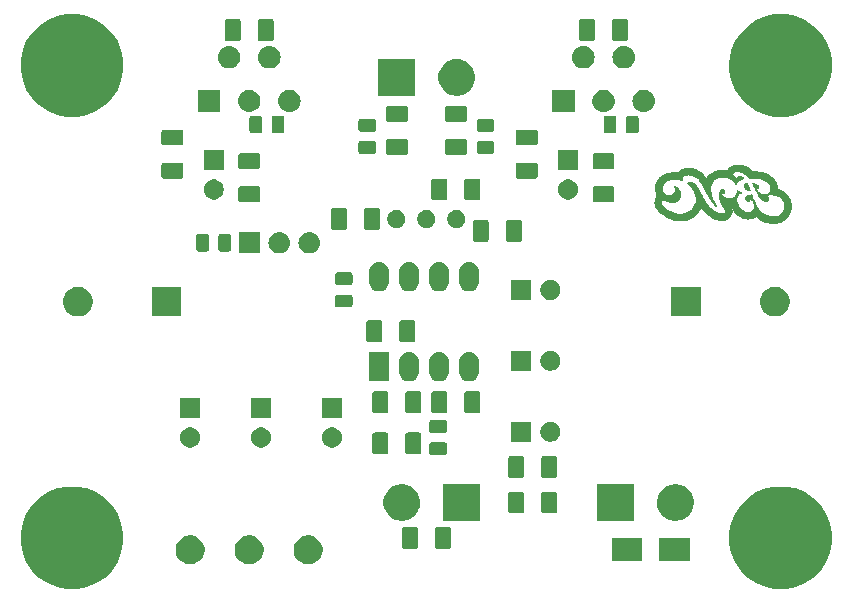
<source format=gbr>
G04 #@! TF.GenerationSoftware,KiCad,Pcbnew,(5.0.1)-3*
G04 #@! TF.CreationDate,2019-12-23T10:27:59+01:00*
G04 #@! TF.ProjectId,TDA2050 64W,54444132303530203634572E6B696361,rev?*
G04 #@! TF.SameCoordinates,PX68e7780PY7365040*
G04 #@! TF.FileFunction,Soldermask,Bot*
G04 #@! TF.FilePolarity,Negative*
%FSLAX46Y46*%
G04 Gerber Fmt 4.6, Leading zero omitted, Abs format (unit mm)*
G04 Created by KiCad (PCBNEW (5.0.1)-3) date 23/12/2019 10:27:59*
%MOMM*%
%LPD*%
G01*
G04 APERTURE LIST*
%ADD10C,0.010000*%
%ADD11C,0.050800*%
G04 APERTURE END LIST*
D10*
G04 #@! TO.C,G\002A\002A\002A*
G36*
X62044060Y35055435D02*
X61983660Y35020483D01*
X61965892Y35006302D01*
X61913591Y34942119D01*
X61888993Y34864971D01*
X61891460Y34780437D01*
X61920357Y34694096D01*
X61975047Y34611527D01*
X62015675Y34569935D01*
X62085413Y34514400D01*
X62153002Y34479446D01*
X62232633Y34458793D01*
X62282860Y34451697D01*
X62338272Y34450279D01*
X62363255Y34462563D01*
X62363914Y34464026D01*
X62362702Y34493557D01*
X62348950Y34546947D01*
X62325276Y34617769D01*
X62294302Y34699599D01*
X62258648Y34786011D01*
X62220934Y34870581D01*
X62183781Y34946883D01*
X62149809Y35008492D01*
X62129152Y35039664D01*
X62093497Y35062020D01*
X62044060Y35055435D01*
X62044060Y35055435D01*
G37*
X62044060Y35055435D02*
X61983660Y35020483D01*
X61965892Y35006302D01*
X61913591Y34942119D01*
X61888993Y34864971D01*
X61891460Y34780437D01*
X61920357Y34694096D01*
X61975047Y34611527D01*
X62015675Y34569935D01*
X62085413Y34514400D01*
X62153002Y34479446D01*
X62232633Y34458793D01*
X62282860Y34451697D01*
X62338272Y34450279D01*
X62363255Y34462563D01*
X62363914Y34464026D01*
X62362702Y34493557D01*
X62348950Y34546947D01*
X62325276Y34617769D01*
X62294302Y34699599D01*
X62258648Y34786011D01*
X62220934Y34870581D01*
X62183781Y34946883D01*
X62149809Y35008492D01*
X62129152Y35039664D01*
X62093497Y35062020D01*
X62044060Y35055435D01*
G36*
X61130573Y36589433D02*
X61015663Y36565317D01*
X60886138Y36527537D01*
X60780002Y36482534D01*
X60686839Y36425119D01*
X60611757Y36364192D01*
X60578474Y36329874D01*
X60538999Y36282665D01*
X60499457Y36230825D01*
X60465974Y36182612D01*
X60444675Y36146285D01*
X60440267Y36132978D01*
X60425916Y36121293D01*
X60393700Y36123488D01*
X60225069Y36151208D01*
X60067292Y36161599D01*
X59909205Y36154441D01*
X59739646Y36129518D01*
X59640091Y36108755D01*
X59494072Y36071350D01*
X59371347Y36028994D01*
X59261349Y35977212D01*
X59153509Y35911527D01*
X59120111Y35888521D01*
X58987870Y35787338D01*
X58879745Y35685604D01*
X58786943Y35574775D01*
X58762699Y35541225D01*
X58692835Y35441627D01*
X58588651Y35579918D01*
X58466164Y35727751D01*
X58329849Y35866429D01*
X58185980Y35990625D01*
X58040831Y36095009D01*
X57900674Y36174255D01*
X57874904Y36186128D01*
X57785182Y36220005D01*
X57673854Y36253306D01*
X57550994Y36283809D01*
X57426676Y36309293D01*
X57310975Y36327537D01*
X57213964Y36336318D01*
X57191756Y36336778D01*
X57090403Y36330711D01*
X56971565Y36314224D01*
X56848031Y36289845D01*
X56732589Y36260103D01*
X56638030Y36227529D01*
X56636823Y36227026D01*
X56583189Y36199580D01*
X56516003Y36158203D01*
X56444924Y36109640D01*
X56379611Y36060635D01*
X56329721Y36017932D01*
X56314134Y36001706D01*
X56299186Y35985516D01*
X56282633Y35973871D01*
X56258869Y35965879D01*
X56222288Y35960649D01*
X56167286Y35957290D01*
X56088256Y35954908D01*
X56009334Y35953218D01*
X55866273Y35949051D01*
X55747977Y35942130D01*
X55645378Y35931149D01*
X55549404Y35914803D01*
X55450986Y35891787D01*
X55341054Y35860797D01*
X55317265Y35853642D01*
X55213529Y35819846D01*
X55129712Y35785969D01*
X55052423Y35745831D01*
X54968269Y35693251D01*
X54964921Y35691035D01*
X54870029Y35626274D01*
X54796456Y35570586D01*
X54736013Y35516428D01*
X54680508Y35456258D01*
X54621751Y35382532D01*
X54603284Y35358008D01*
X54496612Y35188515D01*
X54419283Y35006703D01*
X54372801Y34817081D01*
X54358650Y34626285D01*
X54366015Y34521151D01*
X54384262Y34402683D01*
X54410833Y34282197D01*
X54443168Y34171010D01*
X54478710Y34080438D01*
X54484921Y34067839D01*
X54523968Y33991745D01*
X54451232Y33896103D01*
X54407098Y33831073D01*
X54375693Y33764820D01*
X54350480Y33682811D01*
X54344567Y33658931D01*
X54319673Y33529426D01*
X54312568Y33412857D01*
X54323262Y33294354D01*
X54344867Y33187200D01*
X54392754Y33049587D01*
X54471530Y32910696D01*
X54581734Y32769921D01*
X54723906Y32626652D01*
X54898588Y32480281D01*
X55106320Y32330200D01*
X55106383Y32330158D01*
X55245347Y32240168D01*
X55375500Y32165961D01*
X55505104Y32104032D01*
X55642421Y32050878D01*
X55795712Y32002995D01*
X55973239Y31956879D01*
X56003733Y31949599D01*
X56117154Y31923568D01*
X56207044Y31905256D01*
X56282525Y31893380D01*
X56352717Y31886660D01*
X56426738Y31883816D01*
X56474858Y31883437D01*
X56641345Y31892356D01*
X56821707Y31917660D01*
X57005482Y31956920D01*
X57182208Y32007704D01*
X57341421Y32067581D01*
X57414059Y32101628D01*
X57479922Y32140019D01*
X57561597Y32194696D01*
X57650041Y32258945D01*
X57736208Y32326052D01*
X57811052Y32389302D01*
X57847642Y32423476D01*
X57900676Y32480927D01*
X57963117Y32556338D01*
X58029334Y32642058D01*
X58093696Y32730430D01*
X58150573Y32813803D01*
X58194335Y32884523D01*
X58213277Y32920500D01*
X58233957Y32959815D01*
X58250167Y32981727D01*
X58253563Y32983398D01*
X58267541Y32970304D01*
X58296109Y32935674D01*
X58334332Y32885646D01*
X58356703Y32855144D01*
X58470257Y32715052D01*
X58606233Y32575085D01*
X58758496Y32439885D01*
X58920906Y32314096D01*
X59087327Y32202360D01*
X59251623Y32109319D01*
X59407654Y32039617D01*
X59458134Y32021930D01*
X59623753Y31972320D01*
X59766577Y31938717D01*
X59893329Y31920526D01*
X60010731Y31917153D01*
X60125506Y31928004D01*
X60244061Y31952403D01*
X60403466Y32007079D01*
X60537831Y32084514D01*
X60647464Y32185012D01*
X60732677Y32308878D01*
X60793779Y32456414D01*
X60807031Y32503661D01*
X60847495Y32663014D01*
X60811623Y32815809D01*
X60789265Y32898262D01*
X60761792Y32981350D01*
X60734265Y33050126D01*
X60727535Y33064192D01*
X60699321Y33124647D01*
X60689492Y33161728D01*
X60698424Y33180745D01*
X60726491Y33187006D01*
X60736239Y33187200D01*
X60761666Y33181730D01*
X60780830Y33160281D01*
X60799606Y33115291D01*
X60805314Y33098300D01*
X60863391Y32957569D01*
X60946289Y32809259D01*
X61048832Y32661511D01*
X61165843Y32522466D01*
X61183174Y32504064D01*
X61249492Y32441856D01*
X61333342Y32373759D01*
X61426465Y32305519D01*
X61520605Y32242880D01*
X61607504Y32191588D01*
X61678907Y32157388D01*
X61684413Y32155300D01*
X61775689Y32125049D01*
X61879142Y32096156D01*
X61985446Y32070722D01*
X62085274Y32050847D01*
X62169300Y32038630D01*
X62215257Y32035755D01*
X62276583Y32040431D01*
X62360193Y32053044D01*
X62456042Y32071444D01*
X62554086Y32093478D01*
X62644280Y32116993D01*
X62716580Y32139839D01*
X62735861Y32147304D01*
X62790992Y32173612D01*
X62841006Y32202645D01*
X62848045Y32207453D01*
X62893623Y32239832D01*
X63025845Y32133451D01*
X63193501Y32007477D01*
X63355573Y31905796D01*
X63520300Y31824734D01*
X63695922Y31760618D01*
X63890678Y31709775D01*
X64042435Y31680177D01*
X64179264Y31659683D01*
X64296047Y31650313D01*
X64404588Y31651684D01*
X64516695Y31663412D01*
X64524458Y31664534D01*
X64649890Y31686740D01*
X64776655Y31715935D01*
X64894559Y31749384D01*
X64993405Y31784356D01*
X65028523Y31799659D01*
X65188811Y31889610D01*
X65344717Y32003541D01*
X65486982Y32133716D01*
X65606348Y32272396D01*
X65625064Y32298200D01*
X65685957Y32389024D01*
X65731721Y32469684D01*
X65767377Y32551483D01*
X65797947Y32645725D01*
X65824347Y32746768D01*
X65855165Y32893111D01*
X65871482Y33027012D01*
X65872459Y33124745D01*
X65314249Y33124745D01*
X65305381Y32964984D01*
X65269565Y32812007D01*
X65211172Y32680529D01*
X65127932Y32563967D01*
X65018605Y32455663D01*
X64890899Y32361657D01*
X64752521Y32287987D01*
X64670668Y32257038D01*
X64558403Y32231668D01*
X64424455Y32218324D01*
X64278857Y32217144D01*
X64131638Y32228269D01*
X64010898Y32247884D01*
X63806352Y32308036D01*
X63611049Y32399775D01*
X63426817Y32521645D01*
X63255486Y32672190D01*
X63098884Y32849951D01*
X62958842Y33053471D01*
X62922998Y33114606D01*
X62860468Y33230620D01*
X62792140Y33366677D01*
X62722563Y33512964D01*
X62656284Y33659664D01*
X62597852Y33796964D01*
X62551815Y33915047D01*
X62550918Y33917516D01*
X62493342Y34076200D01*
X62371936Y34073842D01*
X62253076Y34060936D01*
X62159605Y34026808D01*
X62089881Y33970644D01*
X62053167Y33915521D01*
X62020884Y33821992D01*
X62021578Y33730274D01*
X62046896Y33652166D01*
X62083895Y33591427D01*
X62132373Y33539368D01*
X62183732Y33503704D01*
X62225408Y33492000D01*
X62272604Y33507759D01*
X62310547Y33550788D01*
X62333901Y33614720D01*
X62335436Y33623289D01*
X62345585Y33665580D01*
X62364603Y33684936D01*
X62402434Y33692184D01*
X62456999Y33681351D01*
X62515313Y33642037D01*
X62574013Y33578873D01*
X62629736Y33496489D01*
X62679121Y33399517D01*
X62718805Y33292586D01*
X62734388Y33235016D01*
X62753650Y33135114D01*
X62758182Y33052259D01*
X62747956Y32972989D01*
X62733778Y32918331D01*
X62686311Y32813663D01*
X62614146Y32728306D01*
X62521086Y32663279D01*
X62410934Y32619603D01*
X62287495Y32598297D01*
X62154570Y32600380D01*
X62015965Y32626871D01*
X61875482Y32678791D01*
X61862667Y32684846D01*
X61791988Y32725109D01*
X61717237Y32781084D01*
X61631856Y32857876D01*
X61598305Y32890557D01*
X61525378Y32965077D01*
X61471441Y33027032D01*
X61429540Y33085621D01*
X61392722Y33150047D01*
X61374107Y33187200D01*
X61315788Y33320480D01*
X61277898Y33442337D01*
X61257278Y33565647D01*
X61250863Y33689255D01*
X61256435Y33819916D01*
X61277471Y33926226D01*
X61315802Y34014836D01*
X61356596Y34073187D01*
X61400032Y34116261D01*
X61457099Y34160312D01*
X61518181Y34199197D01*
X61573663Y34226773D01*
X61612900Y34236908D01*
X61637959Y34248927D01*
X61642533Y34262467D01*
X61628539Y34283414D01*
X61610445Y34287867D01*
X61581273Y34295198D01*
X61531261Y34314744D01*
X61469479Y34342835D01*
X61445694Y34354538D01*
X61385703Y34383565D01*
X61338106Y34404484D01*
X61310156Y34414199D01*
X61305976Y34414153D01*
X61299601Y34394804D01*
X61290817Y34352705D01*
X61284870Y34317849D01*
X61269912Y34257340D01*
X61243919Y34182921D01*
X61212386Y34110240D01*
X61210875Y34107161D01*
X61130969Y33979875D01*
X61031475Y33878794D01*
X60915243Y33804754D01*
X60785123Y33758592D01*
X60643964Y33741144D01*
X60494616Y33753249D01*
X60339929Y33795742D01*
X60261860Y33828465D01*
X60171923Y33879280D01*
X60090587Y33941460D01*
X60023119Y34009437D01*
X59974784Y34077645D01*
X59950847Y34140518D01*
X59949200Y34158983D01*
X59962451Y34200516D01*
X60000004Y34220846D01*
X60058560Y34218394D01*
X60068508Y34216077D01*
X60117494Y34206942D01*
X60151577Y34212550D01*
X60183279Y34232161D01*
X60214841Y34264516D01*
X60230022Y34308581D01*
X60233660Y34342124D01*
X60234023Y34391819D01*
X60222335Y34425677D01*
X60191929Y34459222D01*
X60178037Y34471654D01*
X60108300Y34513658D01*
X60034521Y34525096D01*
X59961771Y34508019D01*
X59895121Y34464478D01*
X59839642Y34396524D01*
X59804939Y34320747D01*
X59787212Y34239230D01*
X59778636Y34135577D01*
X59779420Y34020318D01*
X59789770Y33903981D01*
X59795930Y33863563D01*
X59821202Y33740775D01*
X59855891Y33615973D01*
X59901845Y33484532D01*
X59960914Y33341828D01*
X60034946Y33183235D01*
X60125790Y33004127D01*
X60181369Y32899334D01*
X60229169Y32807378D01*
X60260370Y32738159D01*
X60276331Y32685703D01*
X60278411Y32644033D01*
X60267968Y32607173D01*
X60253800Y32580815D01*
X60209249Y32530150D01*
X60146177Y32497039D01*
X60059902Y32479708D01*
X59976928Y32476000D01*
X59825096Y32491442D01*
X59665076Y32536039D01*
X59500470Y32607200D01*
X59334883Y32702333D01*
X59171917Y32818846D01*
X59015175Y32954146D01*
X58868261Y33105642D01*
X58734778Y33270742D01*
X58618329Y33446854D01*
X58611793Y33458005D01*
X58584524Y33505778D01*
X58544473Y33577136D01*
X58495061Y33665925D01*
X58439709Y33765992D01*
X58381838Y33871182D01*
X58361107Y33909008D01*
X58227316Y34149069D01*
X58104944Y34359142D01*
X57992799Y34540668D01*
X57889688Y34695090D01*
X57794420Y34823851D01*
X57705804Y34928394D01*
X57622647Y35010160D01*
X57543758Y35070593D01*
X57467945Y35111135D01*
X57394016Y35133228D01*
X57345440Y35138412D01*
X57304375Y35134422D01*
X57249327Y35122374D01*
X57189384Y35105192D01*
X57133635Y35085800D01*
X57091169Y35067124D01*
X57071074Y35052085D01*
X57070533Y35049967D01*
X57082691Y35034446D01*
X57115338Y35002890D01*
X57162737Y34960688D01*
X57193300Y34934652D01*
X57335442Y34801097D01*
X57466383Y34650380D01*
X57579817Y34490783D01*
X57669437Y34330587D01*
X57692881Y34278600D01*
X57746823Y34132744D01*
X57782118Y33990798D01*
X57801030Y33840725D01*
X57805878Y33678267D01*
X57804524Y33578772D01*
X57800918Y33503586D01*
X57793855Y33443167D01*
X57782129Y33387972D01*
X57764534Y33328460D01*
X57759875Y33314200D01*
X57693513Y33159634D01*
X57598935Y33007073D01*
X57481301Y32864273D01*
X57419881Y32803076D01*
X57267394Y32680558D01*
X57100037Y32585050D01*
X56914241Y32514896D01*
X56706437Y32468445D01*
X56693198Y32466376D01*
X56486878Y32451257D01*
X56272477Y32466296D01*
X56054051Y32510036D01*
X55835658Y32581020D01*
X55621356Y32677788D01*
X55415200Y32798884D01*
X55221248Y32942850D01*
X55121336Y33031168D01*
X55027030Y33124465D01*
X54957531Y33204716D01*
X54909113Y33277119D01*
X54878049Y33346872D01*
X54867017Y33385966D01*
X54860383Y33470356D01*
X54882871Y33538085D01*
X54934069Y33588244D01*
X54966444Y33604876D01*
X55012607Y33618632D01*
X55064614Y33621668D01*
X55127637Y33612993D01*
X55206846Y33591619D01*
X55307413Y33556556D01*
X55393974Y33523063D01*
X55497444Y33483669D01*
X55579890Y33456834D01*
X55650600Y33440012D01*
X55718863Y33430655D01*
X55736217Y33429215D01*
X55901588Y33429996D01*
X56048113Y33458554D01*
X56176807Y33515236D01*
X56288684Y33600388D01*
X56314300Y33626332D01*
X56377042Y33700497D01*
X56421081Y33772484D01*
X56449815Y33851386D01*
X56466640Y33946295D01*
X56474503Y34055113D01*
X56472146Y34215412D01*
X56449227Y34352644D01*
X56404047Y34471873D01*
X56334903Y34578160D01*
X56277493Y34641529D01*
X56225701Y34686308D01*
X56161714Y34732302D01*
X56093988Y34774447D01*
X56030979Y34807678D01*
X55981145Y34826929D01*
X55963263Y34829733D01*
X55942934Y34824887D01*
X55938339Y34806827D01*
X55950132Y34770275D01*
X55977825Y34712204D01*
X56014899Y34603677D01*
X56022781Y34530733D01*
X56013479Y34399718D01*
X55976246Y34287663D01*
X55910467Y34193509D01*
X55815529Y34116198D01*
X55765948Y34088052D01*
X55714167Y34062508D01*
X55673013Y34046554D01*
X55631984Y34038311D01*
X55580584Y34035900D01*
X55508311Y34037441D01*
X55487267Y34038169D01*
X55397942Y34043067D01*
X55333020Y34051474D01*
X55283085Y34065082D01*
X55246438Y34081454D01*
X55127509Y34161353D01*
X55034140Y34262208D01*
X54968035Y34380938D01*
X54930894Y34514464D01*
X54924420Y34659704D01*
X54924683Y34663709D01*
X54950546Y34815807D01*
X55006097Y34951742D01*
X55091166Y35071337D01*
X55205583Y35174411D01*
X55349177Y35260786D01*
X55521780Y35330284D01*
X55572778Y35345970D01*
X55706028Y35373882D01*
X55860397Y35388663D01*
X56026150Y35390716D01*
X56193549Y35380448D01*
X56352858Y35358265D01*
X56494340Y35324570D01*
X56550936Y35305247D01*
X56602435Y35288681D01*
X56629667Y35291249D01*
X56638117Y35315907D01*
X56635417Y35350758D01*
X56637276Y35454169D01*
X56670810Y35547926D01*
X56734677Y35629928D01*
X56827538Y35698074D01*
X56871111Y35720343D01*
X56919451Y35741451D01*
X56961427Y35755458D01*
X57006156Y35763809D01*
X57062752Y35767950D01*
X57140330Y35769326D01*
X57180600Y35769427D01*
X57281753Y35768018D01*
X57359711Y35762850D01*
X57425053Y35752690D01*
X57488355Y35736308D01*
X57502333Y35731977D01*
X57662214Y35666334D01*
X57812965Y35572674D01*
X57959102Y35448162D01*
X57968141Y35439333D01*
X58050052Y35354903D01*
X58127081Y35266697D01*
X58201482Y35171164D01*
X58275507Y35064755D01*
X58351409Y34943921D01*
X58431440Y34805111D01*
X58517854Y34644776D01*
X58612903Y34459365D01*
X58695068Y34293867D01*
X58804125Y34077367D01*
X58904649Y33889299D01*
X58995909Y33730994D01*
X59062539Y33625495D01*
X59123804Y33537271D01*
X59190211Y33448254D01*
X59258055Y33362745D01*
X59323629Y33285043D01*
X59383226Y33219448D01*
X59433139Y33170260D01*
X59469662Y33141777D01*
X59484183Y33136400D01*
X59484187Y33150653D01*
X59469648Y33190913D01*
X59442195Y33253430D01*
X59403455Y33334455D01*
X59364671Y33411567D01*
X59314502Y33511193D01*
X59265609Y33611456D01*
X59221909Y33704091D01*
X59187324Y33780832D01*
X59170593Y33820780D01*
X59109490Y34000629D01*
X59063685Y34188993D01*
X59034178Y34378109D01*
X59021969Y34560218D01*
X59028059Y34727557D01*
X59041616Y34821267D01*
X59091545Y34992962D01*
X59169323Y35149082D01*
X59272106Y35286685D01*
X59397052Y35402828D01*
X59541316Y35494567D01*
X59702057Y35558961D01*
X59771400Y35576633D01*
X59849716Y35587989D01*
X59948834Y35594545D01*
X60057381Y35596310D01*
X60163981Y35593294D01*
X60257260Y35585506D01*
X60313267Y35576169D01*
X60479513Y35524677D01*
X60643685Y35449222D01*
X60798925Y35354340D01*
X60938373Y35244568D01*
X61055170Y35124443D01*
X61112834Y35047312D01*
X61146059Y35001683D01*
X61168155Y34985182D01*
X61183051Y34996607D01*
X61191937Y35023072D01*
X61208221Y35055627D01*
X61241297Y35102444D01*
X61284172Y35153677D01*
X61286487Y35156221D01*
X61386092Y35244440D01*
X61509872Y35320717D01*
X61648825Y35379903D01*
X61710482Y35398678D01*
X61768811Y35415681D01*
X61814290Y35431444D01*
X61836309Y35442088D01*
X61837678Y35462771D01*
X61814638Y35494729D01*
X61772541Y35533080D01*
X61716742Y35572940D01*
X61653114Y35609168D01*
X61574004Y35641115D01*
X61499629Y35657530D01*
X61437480Y35657675D01*
X61395046Y35640811D01*
X61389432Y35635149D01*
X61369839Y35600599D01*
X61356853Y35564478D01*
X61338474Y35521054D01*
X61308274Y35498518D01*
X61259836Y35494606D01*
X61191266Y35506034D01*
X61125968Y35524934D01*
X61074358Y35553059D01*
X61020998Y35599160D01*
X61013008Y35607049D01*
X60955111Y35673301D01*
X60924119Y35733246D01*
X60916562Y35795556D01*
X60921482Y35835840D01*
X60946095Y35891751D01*
X60994007Y35948352D01*
X61055973Y35996962D01*
X61122747Y36028900D01*
X61129102Y36030779D01*
X61216760Y36045323D01*
X61323820Y36048231D01*
X61438049Y36039964D01*
X61547218Y36020985D01*
X61574677Y36013963D01*
X61719485Y35964934D01*
X61851762Y35899881D01*
X61979329Y35814086D01*
X62110005Y35702836D01*
X62143571Y35670983D01*
X62317756Y35502669D01*
X62483911Y35505670D01*
X62740822Y35500335D01*
X62982727Y35475377D01*
X63207531Y35431659D01*
X63413137Y35370042D01*
X63597447Y35291388D01*
X63758366Y35196557D01*
X63893794Y35086412D01*
X64001637Y34961814D01*
X64064727Y34856225D01*
X64109977Y34735179D01*
X64131229Y34609618D01*
X64127882Y34488244D01*
X64099337Y34379761D01*
X64097786Y34376099D01*
X64036244Y34273779D01*
X63951028Y34191945D01*
X63846848Y34132608D01*
X63728413Y34097781D01*
X63600433Y34089475D01*
X63471666Y34108652D01*
X63365877Y34144484D01*
X63262122Y34195382D01*
X63165341Y34257272D01*
X63080474Y34326081D01*
X63012461Y34397733D01*
X62966243Y34468156D01*
X62946759Y34533275D01*
X62946446Y34541798D01*
X62951152Y34583370D01*
X62971091Y34611193D01*
X63008525Y34635000D01*
X63051997Y34662896D01*
X63082838Y34690075D01*
X63087172Y34695879D01*
X63096277Y34741140D01*
X63079740Y34798376D01*
X63039739Y34860246D01*
X63037686Y34862708D01*
X63000636Y34896267D01*
X62946396Y34932397D01*
X62880999Y34968559D01*
X62810476Y35002216D01*
X62740859Y35030828D01*
X62678179Y35051859D01*
X62628470Y35062768D01*
X62597761Y35061018D01*
X62590800Y35050767D01*
X62598219Y35029151D01*
X62618555Y34983692D01*
X62648930Y34920504D01*
X62686464Y34845701D01*
X62697345Y34824515D01*
X62739499Y34741418D01*
X62791388Y34636941D01*
X62848446Y34520404D01*
X62906109Y34401125D01*
X62955533Y34297474D01*
X63040320Y34123523D01*
X63116875Y33978623D01*
X63187430Y33859617D01*
X63254220Y33763347D01*
X63319479Y33686655D01*
X63385440Y33626383D01*
X63454338Y33579375D01*
X63469707Y33570720D01*
X63584785Y33521383D01*
X63692061Y33501938D01*
X63789084Y33512301D01*
X63873402Y33552385D01*
X63912606Y33586171D01*
X63952921Y33639100D01*
X63966663Y33691763D01*
X63953658Y33750704D01*
X63913730Y33822464D01*
X63905956Y33833943D01*
X63866568Y33895748D01*
X63848461Y33940575D01*
X63850620Y33976942D01*
X63872030Y34013362D01*
X63882981Y34026651D01*
X63908641Y34051280D01*
X63940122Y34066948D01*
X63987208Y34077050D01*
X64048081Y34083914D01*
X64235121Y34087773D01*
X64421753Y34065929D01*
X64600187Y34020090D01*
X64762632Y33951964D01*
X64832338Y33912039D01*
X64911435Y33854992D01*
X64996141Y33782429D01*
X65077189Y33703244D01*
X65145313Y33626331D01*
X65181414Y33576956D01*
X65252040Y33437508D01*
X65296394Y33284512D01*
X65314249Y33124745D01*
X65872459Y33124745D01*
X65872775Y33156328D01*
X65858522Y33288914D01*
X65828198Y33432627D01*
X65781281Y33595324D01*
X65764379Y33647536D01*
X65721146Y33749946D01*
X65657385Y33863445D01*
X65579280Y33978299D01*
X65493015Y34084777D01*
X65471796Y34107992D01*
X65395202Y34180738D01*
X65300665Y34256773D01*
X65194793Y34332004D01*
X65084191Y34402337D01*
X64975463Y34463679D01*
X64875217Y34511937D01*
X64790057Y34543016D01*
X64757868Y34550401D01*
X64714715Y34559988D01*
X64695507Y34576052D01*
X64690563Y34609126D01*
X64690415Y34623789D01*
X64685192Y34679958D01*
X64671273Y34757918D01*
X64651045Y34847454D01*
X64626891Y34938354D01*
X64601198Y35020405D01*
X64591542Y35047102D01*
X64524595Y35183194D01*
X64428950Y35320096D01*
X64309381Y35453463D01*
X64170662Y35578948D01*
X64017566Y35692205D01*
X63854868Y35788889D01*
X63697980Y35860567D01*
X63574428Y35903056D01*
X63429119Y35944015D01*
X63270722Y35981726D01*
X63107904Y36014470D01*
X62949335Y36040529D01*
X62803682Y36058184D01*
X62679613Y36065716D01*
X62662506Y36065867D01*
X62605629Y36067010D01*
X62565611Y36073638D01*
X62530593Y36090548D01*
X62488717Y36122536D01*
X62458230Y36148496D01*
X62286446Y36283982D01*
X62117168Y36391086D01*
X61942998Y36473811D01*
X61756538Y36536161D01*
X61727788Y36543813D01*
X61558271Y36581837D01*
X61408263Y36601933D01*
X61268714Y36604374D01*
X61130573Y36589433D01*
X61130573Y36589433D01*
G37*
X61130573Y36589433D02*
X61015663Y36565317D01*
X60886138Y36527537D01*
X60780002Y36482534D01*
X60686839Y36425119D01*
X60611757Y36364192D01*
X60578474Y36329874D01*
X60538999Y36282665D01*
X60499457Y36230825D01*
X60465974Y36182612D01*
X60444675Y36146285D01*
X60440267Y36132978D01*
X60425916Y36121293D01*
X60393700Y36123488D01*
X60225069Y36151208D01*
X60067292Y36161599D01*
X59909205Y36154441D01*
X59739646Y36129518D01*
X59640091Y36108755D01*
X59494072Y36071350D01*
X59371347Y36028994D01*
X59261349Y35977212D01*
X59153509Y35911527D01*
X59120111Y35888521D01*
X58987870Y35787338D01*
X58879745Y35685604D01*
X58786943Y35574775D01*
X58762699Y35541225D01*
X58692835Y35441627D01*
X58588651Y35579918D01*
X58466164Y35727751D01*
X58329849Y35866429D01*
X58185980Y35990625D01*
X58040831Y36095009D01*
X57900674Y36174255D01*
X57874904Y36186128D01*
X57785182Y36220005D01*
X57673854Y36253306D01*
X57550994Y36283809D01*
X57426676Y36309293D01*
X57310975Y36327537D01*
X57213964Y36336318D01*
X57191756Y36336778D01*
X57090403Y36330711D01*
X56971565Y36314224D01*
X56848031Y36289845D01*
X56732589Y36260103D01*
X56638030Y36227529D01*
X56636823Y36227026D01*
X56583189Y36199580D01*
X56516003Y36158203D01*
X56444924Y36109640D01*
X56379611Y36060635D01*
X56329721Y36017932D01*
X56314134Y36001706D01*
X56299186Y35985516D01*
X56282633Y35973871D01*
X56258869Y35965879D01*
X56222288Y35960649D01*
X56167286Y35957290D01*
X56088256Y35954908D01*
X56009334Y35953218D01*
X55866273Y35949051D01*
X55747977Y35942130D01*
X55645378Y35931149D01*
X55549404Y35914803D01*
X55450986Y35891787D01*
X55341054Y35860797D01*
X55317265Y35853642D01*
X55213529Y35819846D01*
X55129712Y35785969D01*
X55052423Y35745831D01*
X54968269Y35693251D01*
X54964921Y35691035D01*
X54870029Y35626274D01*
X54796456Y35570586D01*
X54736013Y35516428D01*
X54680508Y35456258D01*
X54621751Y35382532D01*
X54603284Y35358008D01*
X54496612Y35188515D01*
X54419283Y35006703D01*
X54372801Y34817081D01*
X54358650Y34626285D01*
X54366015Y34521151D01*
X54384262Y34402683D01*
X54410833Y34282197D01*
X54443168Y34171010D01*
X54478710Y34080438D01*
X54484921Y34067839D01*
X54523968Y33991745D01*
X54451232Y33896103D01*
X54407098Y33831073D01*
X54375693Y33764820D01*
X54350480Y33682811D01*
X54344567Y33658931D01*
X54319673Y33529426D01*
X54312568Y33412857D01*
X54323262Y33294354D01*
X54344867Y33187200D01*
X54392754Y33049587D01*
X54471530Y32910696D01*
X54581734Y32769921D01*
X54723906Y32626652D01*
X54898588Y32480281D01*
X55106320Y32330200D01*
X55106383Y32330158D01*
X55245347Y32240168D01*
X55375500Y32165961D01*
X55505104Y32104032D01*
X55642421Y32050878D01*
X55795712Y32002995D01*
X55973239Y31956879D01*
X56003733Y31949599D01*
X56117154Y31923568D01*
X56207044Y31905256D01*
X56282525Y31893380D01*
X56352717Y31886660D01*
X56426738Y31883816D01*
X56474858Y31883437D01*
X56641345Y31892356D01*
X56821707Y31917660D01*
X57005482Y31956920D01*
X57182208Y32007704D01*
X57341421Y32067581D01*
X57414059Y32101628D01*
X57479922Y32140019D01*
X57561597Y32194696D01*
X57650041Y32258945D01*
X57736208Y32326052D01*
X57811052Y32389302D01*
X57847642Y32423476D01*
X57900676Y32480927D01*
X57963117Y32556338D01*
X58029334Y32642058D01*
X58093696Y32730430D01*
X58150573Y32813803D01*
X58194335Y32884523D01*
X58213277Y32920500D01*
X58233957Y32959815D01*
X58250167Y32981727D01*
X58253563Y32983398D01*
X58267541Y32970304D01*
X58296109Y32935674D01*
X58334332Y32885646D01*
X58356703Y32855144D01*
X58470257Y32715052D01*
X58606233Y32575085D01*
X58758496Y32439885D01*
X58920906Y32314096D01*
X59087327Y32202360D01*
X59251623Y32109319D01*
X59407654Y32039617D01*
X59458134Y32021930D01*
X59623753Y31972320D01*
X59766577Y31938717D01*
X59893329Y31920526D01*
X60010731Y31917153D01*
X60125506Y31928004D01*
X60244061Y31952403D01*
X60403466Y32007079D01*
X60537831Y32084514D01*
X60647464Y32185012D01*
X60732677Y32308878D01*
X60793779Y32456414D01*
X60807031Y32503661D01*
X60847495Y32663014D01*
X60811623Y32815809D01*
X60789265Y32898262D01*
X60761792Y32981350D01*
X60734265Y33050126D01*
X60727535Y33064192D01*
X60699321Y33124647D01*
X60689492Y33161728D01*
X60698424Y33180745D01*
X60726491Y33187006D01*
X60736239Y33187200D01*
X60761666Y33181730D01*
X60780830Y33160281D01*
X60799606Y33115291D01*
X60805314Y33098300D01*
X60863391Y32957569D01*
X60946289Y32809259D01*
X61048832Y32661511D01*
X61165843Y32522466D01*
X61183174Y32504064D01*
X61249492Y32441856D01*
X61333342Y32373759D01*
X61426465Y32305519D01*
X61520605Y32242880D01*
X61607504Y32191588D01*
X61678907Y32157388D01*
X61684413Y32155300D01*
X61775689Y32125049D01*
X61879142Y32096156D01*
X61985446Y32070722D01*
X62085274Y32050847D01*
X62169300Y32038630D01*
X62215257Y32035755D01*
X62276583Y32040431D01*
X62360193Y32053044D01*
X62456042Y32071444D01*
X62554086Y32093478D01*
X62644280Y32116993D01*
X62716580Y32139839D01*
X62735861Y32147304D01*
X62790992Y32173612D01*
X62841006Y32202645D01*
X62848045Y32207453D01*
X62893623Y32239832D01*
X63025845Y32133451D01*
X63193501Y32007477D01*
X63355573Y31905796D01*
X63520300Y31824734D01*
X63695922Y31760618D01*
X63890678Y31709775D01*
X64042435Y31680177D01*
X64179264Y31659683D01*
X64296047Y31650313D01*
X64404588Y31651684D01*
X64516695Y31663412D01*
X64524458Y31664534D01*
X64649890Y31686740D01*
X64776655Y31715935D01*
X64894559Y31749384D01*
X64993405Y31784356D01*
X65028523Y31799659D01*
X65188811Y31889610D01*
X65344717Y32003541D01*
X65486982Y32133716D01*
X65606348Y32272396D01*
X65625064Y32298200D01*
X65685957Y32389024D01*
X65731721Y32469684D01*
X65767377Y32551483D01*
X65797947Y32645725D01*
X65824347Y32746768D01*
X65855165Y32893111D01*
X65871482Y33027012D01*
X65872459Y33124745D01*
X65314249Y33124745D01*
X65305381Y32964984D01*
X65269565Y32812007D01*
X65211172Y32680529D01*
X65127932Y32563967D01*
X65018605Y32455663D01*
X64890899Y32361657D01*
X64752521Y32287987D01*
X64670668Y32257038D01*
X64558403Y32231668D01*
X64424455Y32218324D01*
X64278857Y32217144D01*
X64131638Y32228269D01*
X64010898Y32247884D01*
X63806352Y32308036D01*
X63611049Y32399775D01*
X63426817Y32521645D01*
X63255486Y32672190D01*
X63098884Y32849951D01*
X62958842Y33053471D01*
X62922998Y33114606D01*
X62860468Y33230620D01*
X62792140Y33366677D01*
X62722563Y33512964D01*
X62656284Y33659664D01*
X62597852Y33796964D01*
X62551815Y33915047D01*
X62550918Y33917516D01*
X62493342Y34076200D01*
X62371936Y34073842D01*
X62253076Y34060936D01*
X62159605Y34026808D01*
X62089881Y33970644D01*
X62053167Y33915521D01*
X62020884Y33821992D01*
X62021578Y33730274D01*
X62046896Y33652166D01*
X62083895Y33591427D01*
X62132373Y33539368D01*
X62183732Y33503704D01*
X62225408Y33492000D01*
X62272604Y33507759D01*
X62310547Y33550788D01*
X62333901Y33614720D01*
X62335436Y33623289D01*
X62345585Y33665580D01*
X62364603Y33684936D01*
X62402434Y33692184D01*
X62456999Y33681351D01*
X62515313Y33642037D01*
X62574013Y33578873D01*
X62629736Y33496489D01*
X62679121Y33399517D01*
X62718805Y33292586D01*
X62734388Y33235016D01*
X62753650Y33135114D01*
X62758182Y33052259D01*
X62747956Y32972989D01*
X62733778Y32918331D01*
X62686311Y32813663D01*
X62614146Y32728306D01*
X62521086Y32663279D01*
X62410934Y32619603D01*
X62287495Y32598297D01*
X62154570Y32600380D01*
X62015965Y32626871D01*
X61875482Y32678791D01*
X61862667Y32684846D01*
X61791988Y32725109D01*
X61717237Y32781084D01*
X61631856Y32857876D01*
X61598305Y32890557D01*
X61525378Y32965077D01*
X61471441Y33027032D01*
X61429540Y33085621D01*
X61392722Y33150047D01*
X61374107Y33187200D01*
X61315788Y33320480D01*
X61277898Y33442337D01*
X61257278Y33565647D01*
X61250863Y33689255D01*
X61256435Y33819916D01*
X61277471Y33926226D01*
X61315802Y34014836D01*
X61356596Y34073187D01*
X61400032Y34116261D01*
X61457099Y34160312D01*
X61518181Y34199197D01*
X61573663Y34226773D01*
X61612900Y34236908D01*
X61637959Y34248927D01*
X61642533Y34262467D01*
X61628539Y34283414D01*
X61610445Y34287867D01*
X61581273Y34295198D01*
X61531261Y34314744D01*
X61469479Y34342835D01*
X61445694Y34354538D01*
X61385703Y34383565D01*
X61338106Y34404484D01*
X61310156Y34414199D01*
X61305976Y34414153D01*
X61299601Y34394804D01*
X61290817Y34352705D01*
X61284870Y34317849D01*
X61269912Y34257340D01*
X61243919Y34182921D01*
X61212386Y34110240D01*
X61210875Y34107161D01*
X61130969Y33979875D01*
X61031475Y33878794D01*
X60915243Y33804754D01*
X60785123Y33758592D01*
X60643964Y33741144D01*
X60494616Y33753249D01*
X60339929Y33795742D01*
X60261860Y33828465D01*
X60171923Y33879280D01*
X60090587Y33941460D01*
X60023119Y34009437D01*
X59974784Y34077645D01*
X59950847Y34140518D01*
X59949200Y34158983D01*
X59962451Y34200516D01*
X60000004Y34220846D01*
X60058560Y34218394D01*
X60068508Y34216077D01*
X60117494Y34206942D01*
X60151577Y34212550D01*
X60183279Y34232161D01*
X60214841Y34264516D01*
X60230022Y34308581D01*
X60233660Y34342124D01*
X60234023Y34391819D01*
X60222335Y34425677D01*
X60191929Y34459222D01*
X60178037Y34471654D01*
X60108300Y34513658D01*
X60034521Y34525096D01*
X59961771Y34508019D01*
X59895121Y34464478D01*
X59839642Y34396524D01*
X59804939Y34320747D01*
X59787212Y34239230D01*
X59778636Y34135577D01*
X59779420Y34020318D01*
X59789770Y33903981D01*
X59795930Y33863563D01*
X59821202Y33740775D01*
X59855891Y33615973D01*
X59901845Y33484532D01*
X59960914Y33341828D01*
X60034946Y33183235D01*
X60125790Y33004127D01*
X60181369Y32899334D01*
X60229169Y32807378D01*
X60260370Y32738159D01*
X60276331Y32685703D01*
X60278411Y32644033D01*
X60267968Y32607173D01*
X60253800Y32580815D01*
X60209249Y32530150D01*
X60146177Y32497039D01*
X60059902Y32479708D01*
X59976928Y32476000D01*
X59825096Y32491442D01*
X59665076Y32536039D01*
X59500470Y32607200D01*
X59334883Y32702333D01*
X59171917Y32818846D01*
X59015175Y32954146D01*
X58868261Y33105642D01*
X58734778Y33270742D01*
X58618329Y33446854D01*
X58611793Y33458005D01*
X58584524Y33505778D01*
X58544473Y33577136D01*
X58495061Y33665925D01*
X58439709Y33765992D01*
X58381838Y33871182D01*
X58361107Y33909008D01*
X58227316Y34149069D01*
X58104944Y34359142D01*
X57992799Y34540668D01*
X57889688Y34695090D01*
X57794420Y34823851D01*
X57705804Y34928394D01*
X57622647Y35010160D01*
X57543758Y35070593D01*
X57467945Y35111135D01*
X57394016Y35133228D01*
X57345440Y35138412D01*
X57304375Y35134422D01*
X57249327Y35122374D01*
X57189384Y35105192D01*
X57133635Y35085800D01*
X57091169Y35067124D01*
X57071074Y35052085D01*
X57070533Y35049967D01*
X57082691Y35034446D01*
X57115338Y35002890D01*
X57162737Y34960688D01*
X57193300Y34934652D01*
X57335442Y34801097D01*
X57466383Y34650380D01*
X57579817Y34490783D01*
X57669437Y34330587D01*
X57692881Y34278600D01*
X57746823Y34132744D01*
X57782118Y33990798D01*
X57801030Y33840725D01*
X57805878Y33678267D01*
X57804524Y33578772D01*
X57800918Y33503586D01*
X57793855Y33443167D01*
X57782129Y33387972D01*
X57764534Y33328460D01*
X57759875Y33314200D01*
X57693513Y33159634D01*
X57598935Y33007073D01*
X57481301Y32864273D01*
X57419881Y32803076D01*
X57267394Y32680558D01*
X57100037Y32585050D01*
X56914241Y32514896D01*
X56706437Y32468445D01*
X56693198Y32466376D01*
X56486878Y32451257D01*
X56272477Y32466296D01*
X56054051Y32510036D01*
X55835658Y32581020D01*
X55621356Y32677788D01*
X55415200Y32798884D01*
X55221248Y32942850D01*
X55121336Y33031168D01*
X55027030Y33124465D01*
X54957531Y33204716D01*
X54909113Y33277119D01*
X54878049Y33346872D01*
X54867017Y33385966D01*
X54860383Y33470356D01*
X54882871Y33538085D01*
X54934069Y33588244D01*
X54966444Y33604876D01*
X55012607Y33618632D01*
X55064614Y33621668D01*
X55127637Y33612993D01*
X55206846Y33591619D01*
X55307413Y33556556D01*
X55393974Y33523063D01*
X55497444Y33483669D01*
X55579890Y33456834D01*
X55650600Y33440012D01*
X55718863Y33430655D01*
X55736217Y33429215D01*
X55901588Y33429996D01*
X56048113Y33458554D01*
X56176807Y33515236D01*
X56288684Y33600388D01*
X56314300Y33626332D01*
X56377042Y33700497D01*
X56421081Y33772484D01*
X56449815Y33851386D01*
X56466640Y33946295D01*
X56474503Y34055113D01*
X56472146Y34215412D01*
X56449227Y34352644D01*
X56404047Y34471873D01*
X56334903Y34578160D01*
X56277493Y34641529D01*
X56225701Y34686308D01*
X56161714Y34732302D01*
X56093988Y34774447D01*
X56030979Y34807678D01*
X55981145Y34826929D01*
X55963263Y34829733D01*
X55942934Y34824887D01*
X55938339Y34806827D01*
X55950132Y34770275D01*
X55977825Y34712204D01*
X56014899Y34603677D01*
X56022781Y34530733D01*
X56013479Y34399718D01*
X55976246Y34287663D01*
X55910467Y34193509D01*
X55815529Y34116198D01*
X55765948Y34088052D01*
X55714167Y34062508D01*
X55673013Y34046554D01*
X55631984Y34038311D01*
X55580584Y34035900D01*
X55508311Y34037441D01*
X55487267Y34038169D01*
X55397942Y34043067D01*
X55333020Y34051474D01*
X55283085Y34065082D01*
X55246438Y34081454D01*
X55127509Y34161353D01*
X55034140Y34262208D01*
X54968035Y34380938D01*
X54930894Y34514464D01*
X54924420Y34659704D01*
X54924683Y34663709D01*
X54950546Y34815807D01*
X55006097Y34951742D01*
X55091166Y35071337D01*
X55205583Y35174411D01*
X55349177Y35260786D01*
X55521780Y35330284D01*
X55572778Y35345970D01*
X55706028Y35373882D01*
X55860397Y35388663D01*
X56026150Y35390716D01*
X56193549Y35380448D01*
X56352858Y35358265D01*
X56494340Y35324570D01*
X56550936Y35305247D01*
X56602435Y35288681D01*
X56629667Y35291249D01*
X56638117Y35315907D01*
X56635417Y35350758D01*
X56637276Y35454169D01*
X56670810Y35547926D01*
X56734677Y35629928D01*
X56827538Y35698074D01*
X56871111Y35720343D01*
X56919451Y35741451D01*
X56961427Y35755458D01*
X57006156Y35763809D01*
X57062752Y35767950D01*
X57140330Y35769326D01*
X57180600Y35769427D01*
X57281753Y35768018D01*
X57359711Y35762850D01*
X57425053Y35752690D01*
X57488355Y35736308D01*
X57502333Y35731977D01*
X57662214Y35666334D01*
X57812965Y35572674D01*
X57959102Y35448162D01*
X57968141Y35439333D01*
X58050052Y35354903D01*
X58127081Y35266697D01*
X58201482Y35171164D01*
X58275507Y35064755D01*
X58351409Y34943921D01*
X58431440Y34805111D01*
X58517854Y34644776D01*
X58612903Y34459365D01*
X58695068Y34293867D01*
X58804125Y34077367D01*
X58904649Y33889299D01*
X58995909Y33730994D01*
X59062539Y33625495D01*
X59123804Y33537271D01*
X59190211Y33448254D01*
X59258055Y33362745D01*
X59323629Y33285043D01*
X59383226Y33219448D01*
X59433139Y33170260D01*
X59469662Y33141777D01*
X59484183Y33136400D01*
X59484187Y33150653D01*
X59469648Y33190913D01*
X59442195Y33253430D01*
X59403455Y33334455D01*
X59364671Y33411567D01*
X59314502Y33511193D01*
X59265609Y33611456D01*
X59221909Y33704091D01*
X59187324Y33780832D01*
X59170593Y33820780D01*
X59109490Y34000629D01*
X59063685Y34188993D01*
X59034178Y34378109D01*
X59021969Y34560218D01*
X59028059Y34727557D01*
X59041616Y34821267D01*
X59091545Y34992962D01*
X59169323Y35149082D01*
X59272106Y35286685D01*
X59397052Y35402828D01*
X59541316Y35494567D01*
X59702057Y35558961D01*
X59771400Y35576633D01*
X59849716Y35587989D01*
X59948834Y35594545D01*
X60057381Y35596310D01*
X60163981Y35593294D01*
X60257260Y35585506D01*
X60313267Y35576169D01*
X60479513Y35524677D01*
X60643685Y35449222D01*
X60798925Y35354340D01*
X60938373Y35244568D01*
X61055170Y35124443D01*
X61112834Y35047312D01*
X61146059Y35001683D01*
X61168155Y34985182D01*
X61183051Y34996607D01*
X61191937Y35023072D01*
X61208221Y35055627D01*
X61241297Y35102444D01*
X61284172Y35153677D01*
X61286487Y35156221D01*
X61386092Y35244440D01*
X61509872Y35320717D01*
X61648825Y35379903D01*
X61710482Y35398678D01*
X61768811Y35415681D01*
X61814290Y35431444D01*
X61836309Y35442088D01*
X61837678Y35462771D01*
X61814638Y35494729D01*
X61772541Y35533080D01*
X61716742Y35572940D01*
X61653114Y35609168D01*
X61574004Y35641115D01*
X61499629Y35657530D01*
X61437480Y35657675D01*
X61395046Y35640811D01*
X61389432Y35635149D01*
X61369839Y35600599D01*
X61356853Y35564478D01*
X61338474Y35521054D01*
X61308274Y35498518D01*
X61259836Y35494606D01*
X61191266Y35506034D01*
X61125968Y35524934D01*
X61074358Y35553059D01*
X61020998Y35599160D01*
X61013008Y35607049D01*
X60955111Y35673301D01*
X60924119Y35733246D01*
X60916562Y35795556D01*
X60921482Y35835840D01*
X60946095Y35891751D01*
X60994007Y35948352D01*
X61055973Y35996962D01*
X61122747Y36028900D01*
X61129102Y36030779D01*
X61216760Y36045323D01*
X61323820Y36048231D01*
X61438049Y36039964D01*
X61547218Y36020985D01*
X61574677Y36013963D01*
X61719485Y35964934D01*
X61851762Y35899881D01*
X61979329Y35814086D01*
X62110005Y35702836D01*
X62143571Y35670983D01*
X62317756Y35502669D01*
X62483911Y35505670D01*
X62740822Y35500335D01*
X62982727Y35475377D01*
X63207531Y35431659D01*
X63413137Y35370042D01*
X63597447Y35291388D01*
X63758366Y35196557D01*
X63893794Y35086412D01*
X64001637Y34961814D01*
X64064727Y34856225D01*
X64109977Y34735179D01*
X64131229Y34609618D01*
X64127882Y34488244D01*
X64099337Y34379761D01*
X64097786Y34376099D01*
X64036244Y34273779D01*
X63951028Y34191945D01*
X63846848Y34132608D01*
X63728413Y34097781D01*
X63600433Y34089475D01*
X63471666Y34108652D01*
X63365877Y34144484D01*
X63262122Y34195382D01*
X63165341Y34257272D01*
X63080474Y34326081D01*
X63012461Y34397733D01*
X62966243Y34468156D01*
X62946759Y34533275D01*
X62946446Y34541798D01*
X62951152Y34583370D01*
X62971091Y34611193D01*
X63008525Y34635000D01*
X63051997Y34662896D01*
X63082838Y34690075D01*
X63087172Y34695879D01*
X63096277Y34741140D01*
X63079740Y34798376D01*
X63039739Y34860246D01*
X63037686Y34862708D01*
X63000636Y34896267D01*
X62946396Y34932397D01*
X62880999Y34968559D01*
X62810476Y35002216D01*
X62740859Y35030828D01*
X62678179Y35051859D01*
X62628470Y35062768D01*
X62597761Y35061018D01*
X62590800Y35050767D01*
X62598219Y35029151D01*
X62618555Y34983692D01*
X62648930Y34920504D01*
X62686464Y34845701D01*
X62697345Y34824515D01*
X62739499Y34741418D01*
X62791388Y34636941D01*
X62848446Y34520404D01*
X62906109Y34401125D01*
X62955533Y34297474D01*
X63040320Y34123523D01*
X63116875Y33978623D01*
X63187430Y33859617D01*
X63254220Y33763347D01*
X63319479Y33686655D01*
X63385440Y33626383D01*
X63454338Y33579375D01*
X63469707Y33570720D01*
X63584785Y33521383D01*
X63692061Y33501938D01*
X63789084Y33512301D01*
X63873402Y33552385D01*
X63912606Y33586171D01*
X63952921Y33639100D01*
X63966663Y33691763D01*
X63953658Y33750704D01*
X63913730Y33822464D01*
X63905956Y33833943D01*
X63866568Y33895748D01*
X63848461Y33940575D01*
X63850620Y33976942D01*
X63872030Y34013362D01*
X63882981Y34026651D01*
X63908641Y34051280D01*
X63940122Y34066948D01*
X63987208Y34077050D01*
X64048081Y34083914D01*
X64235121Y34087773D01*
X64421753Y34065929D01*
X64600187Y34020090D01*
X64762632Y33951964D01*
X64832338Y33912039D01*
X64911435Y33854992D01*
X64996141Y33782429D01*
X65077189Y33703244D01*
X65145313Y33626331D01*
X65181414Y33576956D01*
X65252040Y33437508D01*
X65296394Y33284512D01*
X65314249Y33124745D01*
X65872459Y33124745D01*
X65872775Y33156328D01*
X65858522Y33288914D01*
X65828198Y33432627D01*
X65781281Y33595324D01*
X65764379Y33647536D01*
X65721146Y33749946D01*
X65657385Y33863445D01*
X65579280Y33978299D01*
X65493015Y34084777D01*
X65471796Y34107992D01*
X65395202Y34180738D01*
X65300665Y34256773D01*
X65194793Y34332004D01*
X65084191Y34402337D01*
X64975463Y34463679D01*
X64875217Y34511937D01*
X64790057Y34543016D01*
X64757868Y34550401D01*
X64714715Y34559988D01*
X64695507Y34576052D01*
X64690563Y34609126D01*
X64690415Y34623789D01*
X64685192Y34679958D01*
X64671273Y34757918D01*
X64651045Y34847454D01*
X64626891Y34938354D01*
X64601198Y35020405D01*
X64591542Y35047102D01*
X64524595Y35183194D01*
X64428950Y35320096D01*
X64309381Y35453463D01*
X64170662Y35578948D01*
X64017566Y35692205D01*
X63854868Y35788889D01*
X63697980Y35860567D01*
X63574428Y35903056D01*
X63429119Y35944015D01*
X63270722Y35981726D01*
X63107904Y36014470D01*
X62949335Y36040529D01*
X62803682Y36058184D01*
X62679613Y36065716D01*
X62662506Y36065867D01*
X62605629Y36067010D01*
X62565611Y36073638D01*
X62530593Y36090548D01*
X62488717Y36122536D01*
X62458230Y36148496D01*
X62286446Y36283982D01*
X62117168Y36391086D01*
X61942998Y36473811D01*
X61756538Y36536161D01*
X61727788Y36543813D01*
X61558271Y36581837D01*
X61408263Y36601933D01*
X61268714Y36604374D01*
X61130573Y36589433D01*
D11*
G36*
X65548156Y9327206D02*
X66269140Y9183794D01*
X67060972Y8855807D01*
X67773601Y8379643D01*
X68379643Y7773601D01*
X68855807Y7060972D01*
X69183794Y6269140D01*
X69351000Y5428536D01*
X69351000Y4571464D01*
X69183794Y3730860D01*
X68855807Y2939028D01*
X68379643Y2226399D01*
X67773601Y1620357D01*
X67060972Y1144193D01*
X66269140Y816206D01*
X65548156Y672794D01*
X65428537Y649000D01*
X64571463Y649000D01*
X64451844Y672794D01*
X63730860Y816206D01*
X62939028Y1144193D01*
X62226399Y1620357D01*
X61620357Y2226399D01*
X61144193Y2939028D01*
X60816206Y3730860D01*
X60649000Y4571464D01*
X60649000Y5428536D01*
X60816206Y6269140D01*
X61144193Y7060972D01*
X61620357Y7773601D01*
X62226399Y8379643D01*
X62939028Y8855807D01*
X63730860Y9183794D01*
X64451844Y9327206D01*
X64571463Y9351000D01*
X65428537Y9351000D01*
X65548156Y9327206D01*
X65548156Y9327206D01*
G37*
G36*
X5548156Y9327206D02*
X6269140Y9183794D01*
X7060972Y8855807D01*
X7773601Y8379643D01*
X8379643Y7773601D01*
X8855807Y7060972D01*
X9183794Y6269140D01*
X9351000Y5428536D01*
X9351000Y4571464D01*
X9183794Y3730860D01*
X8855807Y2939028D01*
X8379643Y2226399D01*
X7773601Y1620357D01*
X7060972Y1144193D01*
X6269140Y816206D01*
X5548156Y672794D01*
X5428537Y649000D01*
X4571463Y649000D01*
X4451844Y672794D01*
X3730860Y816206D01*
X2939028Y1144193D01*
X2226399Y1620357D01*
X1620357Y2226399D01*
X1144193Y2939028D01*
X816206Y3730860D01*
X649000Y4571464D01*
X649000Y5428536D01*
X816206Y6269140D01*
X1144193Y7060972D01*
X1620357Y7773601D01*
X2226399Y8379643D01*
X2939028Y8855807D01*
X3730860Y9183794D01*
X4451844Y9327206D01*
X4571463Y9351000D01*
X5428537Y9351000D01*
X5548156Y9327206D01*
X5548156Y9327206D01*
G37*
G36*
X25356153Y5174078D02*
X25423610Y5146136D01*
X25578359Y5082037D01*
X25778345Y4948411D01*
X25948411Y4778345D01*
X26082037Y4578359D01*
X26174078Y4356152D01*
X26221000Y4120259D01*
X26221000Y3879741D01*
X26174078Y3643848D01*
X26082037Y3421641D01*
X25948411Y3221655D01*
X25778345Y3051589D01*
X25578359Y2917963D01*
X25452226Y2865717D01*
X25356153Y2825922D01*
X25120259Y2779000D01*
X24879741Y2779000D01*
X24643847Y2825922D01*
X24547774Y2865717D01*
X24421641Y2917963D01*
X24221655Y3051589D01*
X24051589Y3221655D01*
X23917963Y3421641D01*
X23825922Y3643848D01*
X23779000Y3879741D01*
X23779000Y4120259D01*
X23825922Y4356152D01*
X23917963Y4578359D01*
X24051589Y4778345D01*
X24221655Y4948411D01*
X24421641Y5082037D01*
X24576390Y5146136D01*
X24643847Y5174078D01*
X24879741Y5221000D01*
X25120259Y5221000D01*
X25356153Y5174078D01*
X25356153Y5174078D01*
G37*
G36*
X15356153Y5174078D02*
X15423610Y5146136D01*
X15578359Y5082037D01*
X15778345Y4948411D01*
X15948411Y4778345D01*
X16082037Y4578359D01*
X16174078Y4356152D01*
X16221000Y4120259D01*
X16221000Y3879741D01*
X16174078Y3643848D01*
X16082037Y3421641D01*
X15948411Y3221655D01*
X15778345Y3051589D01*
X15578359Y2917963D01*
X15452226Y2865717D01*
X15356153Y2825922D01*
X15120259Y2779000D01*
X14879741Y2779000D01*
X14643847Y2825922D01*
X14547774Y2865717D01*
X14421641Y2917963D01*
X14221655Y3051589D01*
X14051589Y3221655D01*
X13917963Y3421641D01*
X13825922Y3643848D01*
X13779000Y3879741D01*
X13779000Y4120259D01*
X13825922Y4356152D01*
X13917963Y4578359D01*
X14051589Y4778345D01*
X14221655Y4948411D01*
X14421641Y5082037D01*
X14576390Y5146136D01*
X14643847Y5174078D01*
X14879741Y5221000D01*
X15120259Y5221000D01*
X15356153Y5174078D01*
X15356153Y5174078D01*
G37*
G36*
X20356153Y5174078D02*
X20423610Y5146136D01*
X20578359Y5082037D01*
X20778345Y4948411D01*
X20948411Y4778345D01*
X21082037Y4578359D01*
X21174078Y4356152D01*
X21221000Y4120259D01*
X21221000Y3879741D01*
X21174078Y3643848D01*
X21082037Y3421641D01*
X20948411Y3221655D01*
X20778345Y3051589D01*
X20578359Y2917963D01*
X20452226Y2865717D01*
X20356153Y2825922D01*
X20120259Y2779000D01*
X19879741Y2779000D01*
X19643847Y2825922D01*
X19547774Y2865717D01*
X19421641Y2917963D01*
X19221655Y3051589D01*
X19051589Y3221655D01*
X18917963Y3421641D01*
X18825922Y3643848D01*
X18779000Y3879741D01*
X18779000Y4120259D01*
X18825922Y4356152D01*
X18917963Y4578359D01*
X19051589Y4778345D01*
X19221655Y4948411D01*
X19421641Y5082037D01*
X19576390Y5146136D01*
X19643847Y5174078D01*
X19879741Y5221000D01*
X20120259Y5221000D01*
X20356153Y5174078D01*
X20356153Y5174078D01*
G37*
G36*
X57301000Y3049000D02*
X54699000Y3049000D01*
X54699000Y4951000D01*
X57301000Y4951000D01*
X57301000Y3049000D01*
X57301000Y3049000D01*
G37*
G36*
X53301000Y3049000D02*
X50699000Y3049000D01*
X50699000Y4951000D01*
X53301000Y4951000D01*
X53301000Y3049000D01*
X53301000Y3049000D01*
G37*
G36*
X34118604Y5921653D02*
X34155145Y5910568D01*
X34188820Y5892569D01*
X34218341Y5868341D01*
X34242569Y5838820D01*
X34260568Y5805145D01*
X34271653Y5768604D01*
X34276000Y5724462D01*
X34276000Y4275538D01*
X34271653Y4231396D01*
X34260568Y4194855D01*
X34242569Y4161180D01*
X34218341Y4131659D01*
X34188820Y4107431D01*
X34155145Y4089432D01*
X34118604Y4078347D01*
X34074462Y4074000D01*
X33125538Y4074000D01*
X33081396Y4078347D01*
X33044855Y4089432D01*
X33011180Y4107431D01*
X32981659Y4131659D01*
X32957431Y4161180D01*
X32939432Y4194855D01*
X32928347Y4231396D01*
X32924000Y4275538D01*
X32924000Y5724462D01*
X32928347Y5768604D01*
X32939432Y5805145D01*
X32957431Y5838820D01*
X32981659Y5868341D01*
X33011180Y5892569D01*
X33044855Y5910568D01*
X33081396Y5921653D01*
X33125538Y5926000D01*
X34074462Y5926000D01*
X34118604Y5921653D01*
X34118604Y5921653D01*
G37*
G36*
X36918604Y5921653D02*
X36955145Y5910568D01*
X36988820Y5892569D01*
X37018341Y5868341D01*
X37042569Y5838820D01*
X37060568Y5805145D01*
X37071653Y5768604D01*
X37076000Y5724462D01*
X37076000Y4275538D01*
X37071653Y4231396D01*
X37060568Y4194855D01*
X37042569Y4161180D01*
X37018341Y4131659D01*
X36988820Y4107431D01*
X36955145Y4089432D01*
X36918604Y4078347D01*
X36874462Y4074000D01*
X35925538Y4074000D01*
X35881396Y4078347D01*
X35844855Y4089432D01*
X35811180Y4107431D01*
X35781659Y4131659D01*
X35757431Y4161180D01*
X35739432Y4194855D01*
X35728347Y4231396D01*
X35724000Y4275538D01*
X35724000Y5724462D01*
X35728347Y5768604D01*
X35739432Y5805145D01*
X35757431Y5838820D01*
X35781659Y5868341D01*
X35811180Y5892569D01*
X35844855Y5910568D01*
X35881396Y5921653D01*
X35925538Y5926000D01*
X36874462Y5926000D01*
X36918604Y5921653D01*
X36918604Y5921653D01*
G37*
G36*
X56432527Y9511264D02*
X56532410Y9491396D01*
X56814674Y9374479D01*
X57068705Y9204741D01*
X57284741Y8988705D01*
X57454479Y8734674D01*
X57567294Y8462312D01*
X57571396Y8452409D01*
X57631000Y8152762D01*
X57631000Y7847238D01*
X57591264Y7647473D01*
X57571396Y7547590D01*
X57454479Y7265326D01*
X57284741Y7011295D01*
X57068705Y6795259D01*
X56814674Y6625521D01*
X56532410Y6508604D01*
X56432527Y6488736D01*
X56232762Y6449000D01*
X55927238Y6449000D01*
X55727473Y6488736D01*
X55627590Y6508604D01*
X55345326Y6625521D01*
X55091295Y6795259D01*
X54875259Y7011295D01*
X54705521Y7265326D01*
X54588604Y7547590D01*
X54568736Y7647473D01*
X54529000Y7847238D01*
X54529000Y8152762D01*
X54588604Y8452409D01*
X54592706Y8462312D01*
X54705521Y8734674D01*
X54875259Y8988705D01*
X55091295Y9204741D01*
X55345326Y9374479D01*
X55627590Y9491396D01*
X55727473Y9511264D01*
X55927238Y9551000D01*
X56232762Y9551000D01*
X56432527Y9511264D01*
X56432527Y9511264D01*
G37*
G36*
X52551000Y6449000D02*
X49449000Y6449000D01*
X49449000Y9551000D01*
X52551000Y9551000D01*
X52551000Y6449000D01*
X52551000Y6449000D01*
G37*
G36*
X33272527Y9511264D02*
X33372410Y9491396D01*
X33654674Y9374479D01*
X33908705Y9204741D01*
X34124741Y8988705D01*
X34294479Y8734674D01*
X34407294Y8462312D01*
X34411396Y8452409D01*
X34471000Y8152762D01*
X34471000Y7847238D01*
X34431264Y7647473D01*
X34411396Y7547590D01*
X34294479Y7265326D01*
X34124741Y7011295D01*
X33908705Y6795259D01*
X33654674Y6625521D01*
X33372410Y6508604D01*
X33272527Y6488736D01*
X33072762Y6449000D01*
X32767238Y6449000D01*
X32567473Y6488736D01*
X32467590Y6508604D01*
X32185326Y6625521D01*
X31931295Y6795259D01*
X31715259Y7011295D01*
X31545521Y7265326D01*
X31428604Y7547590D01*
X31408736Y7647473D01*
X31369000Y7847238D01*
X31369000Y8152762D01*
X31428604Y8452409D01*
X31432706Y8462312D01*
X31545521Y8734674D01*
X31715259Y8988705D01*
X31931295Y9204741D01*
X32185326Y9374479D01*
X32467590Y9491396D01*
X32567473Y9511264D01*
X32767238Y9551000D01*
X33072762Y9551000D01*
X33272527Y9511264D01*
X33272527Y9511264D01*
G37*
G36*
X39551000Y6449000D02*
X36449000Y6449000D01*
X36449000Y9551000D01*
X39551000Y9551000D01*
X39551000Y6449000D01*
X39551000Y6449000D01*
G37*
G36*
X43118604Y8921653D02*
X43155145Y8910568D01*
X43188820Y8892569D01*
X43218341Y8868341D01*
X43242569Y8838820D01*
X43260568Y8805145D01*
X43271653Y8768604D01*
X43276000Y8724462D01*
X43276000Y7275538D01*
X43271653Y7231396D01*
X43260568Y7194855D01*
X43242569Y7161180D01*
X43218341Y7131659D01*
X43188820Y7107431D01*
X43155145Y7089432D01*
X43118604Y7078347D01*
X43074462Y7074000D01*
X42125538Y7074000D01*
X42081396Y7078347D01*
X42044855Y7089432D01*
X42011180Y7107431D01*
X41981659Y7131659D01*
X41957431Y7161180D01*
X41939432Y7194855D01*
X41928347Y7231396D01*
X41924000Y7275538D01*
X41924000Y8724462D01*
X41928347Y8768604D01*
X41939432Y8805145D01*
X41957431Y8838820D01*
X41981659Y8868341D01*
X42011180Y8892569D01*
X42044855Y8910568D01*
X42081396Y8921653D01*
X42125538Y8926000D01*
X43074462Y8926000D01*
X43118604Y8921653D01*
X43118604Y8921653D01*
G37*
G36*
X45918604Y8921653D02*
X45955145Y8910568D01*
X45988820Y8892569D01*
X46018341Y8868341D01*
X46042569Y8838820D01*
X46060568Y8805145D01*
X46071653Y8768604D01*
X46076000Y8724462D01*
X46076000Y7275538D01*
X46071653Y7231396D01*
X46060568Y7194855D01*
X46042569Y7161180D01*
X46018341Y7131659D01*
X45988820Y7107431D01*
X45955145Y7089432D01*
X45918604Y7078347D01*
X45874462Y7074000D01*
X44925538Y7074000D01*
X44881396Y7078347D01*
X44844855Y7089432D01*
X44811180Y7107431D01*
X44781659Y7131659D01*
X44757431Y7161180D01*
X44739432Y7194855D01*
X44728347Y7231396D01*
X44724000Y7275538D01*
X44724000Y8724462D01*
X44728347Y8768604D01*
X44739432Y8805145D01*
X44757431Y8838820D01*
X44781659Y8868341D01*
X44811180Y8892569D01*
X44844855Y8910568D01*
X44881396Y8921653D01*
X44925538Y8926000D01*
X45874462Y8926000D01*
X45918604Y8921653D01*
X45918604Y8921653D01*
G37*
G36*
X43118604Y11921653D02*
X43155145Y11910568D01*
X43188820Y11892569D01*
X43218341Y11868341D01*
X43242569Y11838820D01*
X43260568Y11805145D01*
X43271653Y11768604D01*
X43276000Y11724462D01*
X43276000Y10275538D01*
X43271653Y10231396D01*
X43260568Y10194855D01*
X43242569Y10161180D01*
X43218341Y10131659D01*
X43188820Y10107431D01*
X43155145Y10089432D01*
X43118604Y10078347D01*
X43074462Y10074000D01*
X42125538Y10074000D01*
X42081396Y10078347D01*
X42044855Y10089432D01*
X42011180Y10107431D01*
X41981659Y10131659D01*
X41957431Y10161180D01*
X41939432Y10194855D01*
X41928347Y10231396D01*
X41924000Y10275538D01*
X41924000Y11724462D01*
X41928347Y11768604D01*
X41939432Y11805145D01*
X41957431Y11838820D01*
X41981659Y11868341D01*
X42011180Y11892569D01*
X42044855Y11910568D01*
X42081396Y11921653D01*
X42125538Y11926000D01*
X43074462Y11926000D01*
X43118604Y11921653D01*
X43118604Y11921653D01*
G37*
G36*
X45918604Y11921653D02*
X45955145Y11910568D01*
X45988820Y11892569D01*
X46018341Y11868341D01*
X46042569Y11838820D01*
X46060568Y11805145D01*
X46071653Y11768604D01*
X46076000Y11724462D01*
X46076000Y10275538D01*
X46071653Y10231396D01*
X46060568Y10194855D01*
X46042569Y10161180D01*
X46018341Y10131659D01*
X45988820Y10107431D01*
X45955145Y10089432D01*
X45918604Y10078347D01*
X45874462Y10074000D01*
X44925538Y10074000D01*
X44881396Y10078347D01*
X44844855Y10089432D01*
X44811180Y10107431D01*
X44781659Y10131659D01*
X44757431Y10161180D01*
X44739432Y10194855D01*
X44728347Y10231396D01*
X44724000Y10275538D01*
X44724000Y11724462D01*
X44728347Y11768604D01*
X44739432Y11805145D01*
X44757431Y11838820D01*
X44781659Y11868341D01*
X44811180Y11892569D01*
X44844855Y11910568D01*
X44881396Y11921653D01*
X44925538Y11926000D01*
X45874462Y11926000D01*
X45918604Y11921653D01*
X45918604Y11921653D01*
G37*
G36*
X36584466Y13096435D02*
X36623137Y13084704D01*
X36658779Y13065652D01*
X36690017Y13040017D01*
X36715652Y13008779D01*
X36734704Y12973137D01*
X36746435Y12934466D01*
X36751000Y12888112D01*
X36751000Y12236888D01*
X36746435Y12190534D01*
X36734704Y12151863D01*
X36715652Y12116221D01*
X36690017Y12084983D01*
X36658779Y12059348D01*
X36623137Y12040296D01*
X36584466Y12028565D01*
X36538112Y12024000D01*
X35461888Y12024000D01*
X35415534Y12028565D01*
X35376863Y12040296D01*
X35341221Y12059348D01*
X35309983Y12084983D01*
X35284348Y12116221D01*
X35265296Y12151863D01*
X35253565Y12190534D01*
X35249000Y12236888D01*
X35249000Y12888112D01*
X35253565Y12934466D01*
X35265296Y12973137D01*
X35284348Y13008779D01*
X35309983Y13040017D01*
X35341221Y13065652D01*
X35376863Y13084704D01*
X35415534Y13096435D01*
X35461888Y13101000D01*
X36538112Y13101000D01*
X36584466Y13096435D01*
X36584466Y13096435D01*
G37*
G36*
X34418604Y13921653D02*
X34455145Y13910568D01*
X34488820Y13892569D01*
X34518341Y13868341D01*
X34542569Y13838820D01*
X34560568Y13805145D01*
X34571653Y13768604D01*
X34576000Y13724462D01*
X34576000Y12275538D01*
X34571653Y12231396D01*
X34560568Y12194855D01*
X34542569Y12161180D01*
X34518341Y12131659D01*
X34488820Y12107431D01*
X34455145Y12089432D01*
X34418604Y12078347D01*
X34374462Y12074000D01*
X33425538Y12074000D01*
X33381396Y12078347D01*
X33344855Y12089432D01*
X33311180Y12107431D01*
X33281659Y12131659D01*
X33257431Y12161180D01*
X33239432Y12194855D01*
X33228347Y12231396D01*
X33224000Y12275538D01*
X33224000Y13724462D01*
X33228347Y13768604D01*
X33239432Y13805145D01*
X33257431Y13838820D01*
X33281659Y13868341D01*
X33311180Y13892569D01*
X33344855Y13910568D01*
X33381396Y13921653D01*
X33425538Y13926000D01*
X34374462Y13926000D01*
X34418604Y13921653D01*
X34418604Y13921653D01*
G37*
G36*
X31618604Y13921653D02*
X31655145Y13910568D01*
X31688820Y13892569D01*
X31718341Y13868341D01*
X31742569Y13838820D01*
X31760568Y13805145D01*
X31771653Y13768604D01*
X31776000Y13724462D01*
X31776000Y12275538D01*
X31771653Y12231396D01*
X31760568Y12194855D01*
X31742569Y12161180D01*
X31718341Y12131659D01*
X31688820Y12107431D01*
X31655145Y12089432D01*
X31618604Y12078347D01*
X31574462Y12074000D01*
X30625538Y12074000D01*
X30581396Y12078347D01*
X30544855Y12089432D01*
X30511180Y12107431D01*
X30481659Y12131659D01*
X30457431Y12161180D01*
X30439432Y12194855D01*
X30428347Y12231396D01*
X30424000Y12275538D01*
X30424000Y13724462D01*
X30428347Y13768604D01*
X30439432Y13805145D01*
X30457431Y13838820D01*
X30481659Y13868341D01*
X30511180Y13892569D01*
X30544855Y13910568D01*
X30581396Y13921653D01*
X30625538Y13926000D01*
X31574462Y13926000D01*
X31618604Y13921653D01*
X31618604Y13921653D01*
G37*
G36*
X15248228Y14318297D02*
X15403100Y14254147D01*
X15542481Y14161015D01*
X15661015Y14042481D01*
X15754147Y13903100D01*
X15818297Y13748228D01*
X15851000Y13583816D01*
X15851000Y13416184D01*
X15818297Y13251772D01*
X15754147Y13096900D01*
X15661015Y12957519D01*
X15542481Y12838985D01*
X15403100Y12745853D01*
X15248228Y12681703D01*
X15083816Y12649000D01*
X14916184Y12649000D01*
X14751772Y12681703D01*
X14596900Y12745853D01*
X14457519Y12838985D01*
X14338985Y12957519D01*
X14245853Y13096900D01*
X14181703Y13251772D01*
X14149000Y13416184D01*
X14149000Y13583816D01*
X14181703Y13748228D01*
X14245853Y13903100D01*
X14338985Y14042481D01*
X14457519Y14161015D01*
X14596900Y14254147D01*
X14751772Y14318297D01*
X14916184Y14351000D01*
X15083816Y14351000D01*
X15248228Y14318297D01*
X15248228Y14318297D01*
G37*
G36*
X27248228Y14318297D02*
X27403100Y14254147D01*
X27542481Y14161015D01*
X27661015Y14042481D01*
X27754147Y13903100D01*
X27818297Y13748228D01*
X27851000Y13583816D01*
X27851000Y13416184D01*
X27818297Y13251772D01*
X27754147Y13096900D01*
X27661015Y12957519D01*
X27542481Y12838985D01*
X27403100Y12745853D01*
X27248228Y12681703D01*
X27083816Y12649000D01*
X26916184Y12649000D01*
X26751772Y12681703D01*
X26596900Y12745853D01*
X26457519Y12838985D01*
X26338985Y12957519D01*
X26245853Y13096900D01*
X26181703Y13251772D01*
X26149000Y13416184D01*
X26149000Y13583816D01*
X26181703Y13748228D01*
X26245853Y13903100D01*
X26338985Y14042481D01*
X26457519Y14161015D01*
X26596900Y14254147D01*
X26751772Y14318297D01*
X26916184Y14351000D01*
X27083816Y14351000D01*
X27248228Y14318297D01*
X27248228Y14318297D01*
G37*
G36*
X21248228Y14318297D02*
X21403100Y14254147D01*
X21542481Y14161015D01*
X21661015Y14042481D01*
X21754147Y13903100D01*
X21818297Y13748228D01*
X21851000Y13583816D01*
X21851000Y13416184D01*
X21818297Y13251772D01*
X21754147Y13096900D01*
X21661015Y12957519D01*
X21542481Y12838985D01*
X21403100Y12745853D01*
X21248228Y12681703D01*
X21083816Y12649000D01*
X20916184Y12649000D01*
X20751772Y12681703D01*
X20596900Y12745853D01*
X20457519Y12838985D01*
X20338985Y12957519D01*
X20245853Y13096900D01*
X20181703Y13251772D01*
X20149000Y13416184D01*
X20149000Y13583816D01*
X20181703Y13748228D01*
X20245853Y13903100D01*
X20338985Y14042481D01*
X20457519Y14161015D01*
X20596900Y14254147D01*
X20751772Y14318297D01*
X20916184Y14351000D01*
X21083816Y14351000D01*
X21248228Y14318297D01*
X21248228Y14318297D01*
G37*
G36*
X45748228Y14818297D02*
X45903100Y14754147D01*
X46042481Y14661015D01*
X46161015Y14542481D01*
X46254147Y14403100D01*
X46318297Y14248228D01*
X46351000Y14083816D01*
X46351000Y13916184D01*
X46318297Y13751772D01*
X46254147Y13596900D01*
X46161015Y13457519D01*
X46042481Y13338985D01*
X45903100Y13245853D01*
X45748228Y13181703D01*
X45583816Y13149000D01*
X45416184Y13149000D01*
X45251772Y13181703D01*
X45096900Y13245853D01*
X44957519Y13338985D01*
X44838985Y13457519D01*
X44745853Y13596900D01*
X44681703Y13751772D01*
X44649000Y13916184D01*
X44649000Y14083816D01*
X44681703Y14248228D01*
X44745853Y14403100D01*
X44838985Y14542481D01*
X44957519Y14661015D01*
X45096900Y14754147D01*
X45251772Y14818297D01*
X45416184Y14851000D01*
X45583816Y14851000D01*
X45748228Y14818297D01*
X45748228Y14818297D01*
G37*
G36*
X43851000Y13149000D02*
X42149000Y13149000D01*
X42149000Y14851000D01*
X43851000Y14851000D01*
X43851000Y13149000D01*
X43851000Y13149000D01*
G37*
G36*
X36584466Y14971435D02*
X36623137Y14959704D01*
X36658779Y14940652D01*
X36690017Y14915017D01*
X36715652Y14883779D01*
X36734704Y14848137D01*
X36746435Y14809466D01*
X36751000Y14763112D01*
X36751000Y14111888D01*
X36746435Y14065534D01*
X36734704Y14026863D01*
X36715652Y13991221D01*
X36690017Y13959983D01*
X36658779Y13934348D01*
X36623137Y13915296D01*
X36584466Y13903565D01*
X36538112Y13899000D01*
X35461888Y13899000D01*
X35415534Y13903565D01*
X35376863Y13915296D01*
X35341221Y13934348D01*
X35309983Y13959983D01*
X35284348Y13991221D01*
X35265296Y14026863D01*
X35253565Y14065534D01*
X35249000Y14111888D01*
X35249000Y14763112D01*
X35253565Y14809466D01*
X35265296Y14848137D01*
X35284348Y14883779D01*
X35309983Y14915017D01*
X35341221Y14940652D01*
X35376863Y14959704D01*
X35415534Y14971435D01*
X35461888Y14976000D01*
X36538112Y14976000D01*
X36584466Y14971435D01*
X36584466Y14971435D01*
G37*
G36*
X21851000Y15149000D02*
X20149000Y15149000D01*
X20149000Y16851000D01*
X21851000Y16851000D01*
X21851000Y15149000D01*
X21851000Y15149000D01*
G37*
G36*
X15851000Y15149000D02*
X14149000Y15149000D01*
X14149000Y16851000D01*
X15851000Y16851000D01*
X15851000Y15149000D01*
X15851000Y15149000D01*
G37*
G36*
X27851000Y15149000D02*
X26149000Y15149000D01*
X26149000Y16851000D01*
X27851000Y16851000D01*
X27851000Y15149000D01*
X27851000Y15149000D01*
G37*
G36*
X34418604Y17421653D02*
X34455145Y17410568D01*
X34488820Y17392569D01*
X34518341Y17368341D01*
X34542569Y17338820D01*
X34560568Y17305145D01*
X34571653Y17268604D01*
X34576000Y17224462D01*
X34576000Y15775538D01*
X34571653Y15731396D01*
X34560568Y15694855D01*
X34542569Y15661180D01*
X34518341Y15631659D01*
X34488820Y15607431D01*
X34455145Y15589432D01*
X34418604Y15578347D01*
X34374462Y15574000D01*
X33425538Y15574000D01*
X33381396Y15578347D01*
X33344855Y15589432D01*
X33311180Y15607431D01*
X33281659Y15631659D01*
X33257431Y15661180D01*
X33239432Y15694855D01*
X33228347Y15731396D01*
X33224000Y15775538D01*
X33224000Y17224462D01*
X33228347Y17268604D01*
X33239432Y17305145D01*
X33257431Y17338820D01*
X33281659Y17368341D01*
X33311180Y17392569D01*
X33344855Y17410568D01*
X33381396Y17421653D01*
X33425538Y17426000D01*
X34374462Y17426000D01*
X34418604Y17421653D01*
X34418604Y17421653D01*
G37*
G36*
X31618604Y17421653D02*
X31655145Y17410568D01*
X31688820Y17392569D01*
X31718341Y17368341D01*
X31742569Y17338820D01*
X31760568Y17305145D01*
X31771653Y17268604D01*
X31776000Y17224462D01*
X31776000Y15775538D01*
X31771653Y15731396D01*
X31760568Y15694855D01*
X31742569Y15661180D01*
X31718341Y15631659D01*
X31688820Y15607431D01*
X31655145Y15589432D01*
X31618604Y15578347D01*
X31574462Y15574000D01*
X30625538Y15574000D01*
X30581396Y15578347D01*
X30544855Y15589432D01*
X30511180Y15607431D01*
X30481659Y15631659D01*
X30457431Y15661180D01*
X30439432Y15694855D01*
X30428347Y15731396D01*
X30424000Y15775538D01*
X30424000Y17224462D01*
X30428347Y17268604D01*
X30439432Y17305145D01*
X30457431Y17338820D01*
X30481659Y17368341D01*
X30511180Y17392569D01*
X30544855Y17410568D01*
X30581396Y17421653D01*
X30625538Y17426000D01*
X31574462Y17426000D01*
X31618604Y17421653D01*
X31618604Y17421653D01*
G37*
G36*
X36618604Y17421653D02*
X36655145Y17410568D01*
X36688820Y17392569D01*
X36718341Y17368341D01*
X36742569Y17338820D01*
X36760568Y17305145D01*
X36771653Y17268604D01*
X36776000Y17224462D01*
X36776000Y15775538D01*
X36771653Y15731396D01*
X36760568Y15694855D01*
X36742569Y15661180D01*
X36718341Y15631659D01*
X36688820Y15607431D01*
X36655145Y15589432D01*
X36618604Y15578347D01*
X36574462Y15574000D01*
X35625538Y15574000D01*
X35581396Y15578347D01*
X35544855Y15589432D01*
X35511180Y15607431D01*
X35481659Y15631659D01*
X35457431Y15661180D01*
X35439432Y15694855D01*
X35428347Y15731396D01*
X35424000Y15775538D01*
X35424000Y17224462D01*
X35428347Y17268604D01*
X35439432Y17305145D01*
X35457431Y17338820D01*
X35481659Y17368341D01*
X35511180Y17392569D01*
X35544855Y17410568D01*
X35581396Y17421653D01*
X35625538Y17426000D01*
X36574462Y17426000D01*
X36618604Y17421653D01*
X36618604Y17421653D01*
G37*
G36*
X39418604Y17421653D02*
X39455145Y17410568D01*
X39488820Y17392569D01*
X39518341Y17368341D01*
X39542569Y17338820D01*
X39560568Y17305145D01*
X39571653Y17268604D01*
X39576000Y17224462D01*
X39576000Y15775538D01*
X39571653Y15731396D01*
X39560568Y15694855D01*
X39542569Y15661180D01*
X39518341Y15631659D01*
X39488820Y15607431D01*
X39455145Y15589432D01*
X39418604Y15578347D01*
X39374462Y15574000D01*
X38425538Y15574000D01*
X38381396Y15578347D01*
X38344855Y15589432D01*
X38311180Y15607431D01*
X38281659Y15631659D01*
X38257431Y15661180D01*
X38239432Y15694855D01*
X38228347Y15731396D01*
X38224000Y15775538D01*
X38224000Y17224462D01*
X38228347Y17268604D01*
X38239432Y17305145D01*
X38257431Y17338820D01*
X38281659Y17368341D01*
X38311180Y17392569D01*
X38344855Y17410568D01*
X38381396Y17421653D01*
X38425538Y17426000D01*
X39374462Y17426000D01*
X39418604Y17421653D01*
X39418604Y17421653D01*
G37*
G36*
X33706820Y20738687D02*
X33706823Y20738686D01*
X33706824Y20738686D01*
X33867238Y20690025D01*
X33867240Y20690024D01*
X33867243Y20690023D01*
X34015078Y20611005D01*
X34144659Y20504659D01*
X34251005Y20375078D01*
X34330023Y20227244D01*
X34378687Y20066821D01*
X34391000Y19941804D01*
X34391000Y19058197D01*
X34378687Y18933180D01*
X34378686Y18933178D01*
X34378686Y18933175D01*
X34330025Y18772761D01*
X34330023Y18772756D01*
X34251005Y18624922D01*
X34144659Y18495341D01*
X34015078Y18388995D01*
X33867244Y18309977D01*
X33867241Y18309976D01*
X33867239Y18309975D01*
X33706825Y18261314D01*
X33706824Y18261314D01*
X33706821Y18261313D01*
X33540000Y18244883D01*
X33373180Y18261313D01*
X33373177Y18261314D01*
X33373176Y18261314D01*
X33212762Y18309975D01*
X33212760Y18309976D01*
X33212757Y18309977D01*
X33064923Y18388995D01*
X32935342Y18495341D01*
X32828996Y18624922D01*
X32749978Y18772756D01*
X32701314Y18933179D01*
X32689000Y19058197D01*
X32689000Y19941803D01*
X32701313Y20066820D01*
X32701314Y20066824D01*
X32749975Y20227238D01*
X32749976Y20227240D01*
X32749977Y20227243D01*
X32828995Y20375078D01*
X32935341Y20504659D01*
X33064922Y20611005D01*
X33212756Y20690023D01*
X33212759Y20690024D01*
X33212761Y20690025D01*
X33373175Y20738686D01*
X33373176Y20738686D01*
X33373179Y20738687D01*
X33540000Y20755117D01*
X33706820Y20738687D01*
X33706820Y20738687D01*
G37*
G36*
X36246820Y20738687D02*
X36246823Y20738686D01*
X36246824Y20738686D01*
X36407238Y20690025D01*
X36407240Y20690024D01*
X36407243Y20690023D01*
X36555078Y20611005D01*
X36684659Y20504659D01*
X36791005Y20375078D01*
X36870023Y20227244D01*
X36918687Y20066821D01*
X36931000Y19941804D01*
X36931000Y19058197D01*
X36918687Y18933180D01*
X36918686Y18933178D01*
X36918686Y18933175D01*
X36870025Y18772761D01*
X36870023Y18772756D01*
X36791005Y18624922D01*
X36684659Y18495341D01*
X36555078Y18388995D01*
X36407244Y18309977D01*
X36407241Y18309976D01*
X36407239Y18309975D01*
X36246825Y18261314D01*
X36246824Y18261314D01*
X36246821Y18261313D01*
X36080000Y18244883D01*
X35913180Y18261313D01*
X35913177Y18261314D01*
X35913176Y18261314D01*
X35752762Y18309975D01*
X35752760Y18309976D01*
X35752757Y18309977D01*
X35604923Y18388995D01*
X35475342Y18495341D01*
X35368996Y18624922D01*
X35289978Y18772756D01*
X35241314Y18933179D01*
X35229000Y19058197D01*
X35229000Y19941803D01*
X35241313Y20066820D01*
X35241314Y20066824D01*
X35289975Y20227238D01*
X35289976Y20227240D01*
X35289977Y20227243D01*
X35368995Y20375078D01*
X35475341Y20504659D01*
X35604922Y20611005D01*
X35752756Y20690023D01*
X35752759Y20690024D01*
X35752761Y20690025D01*
X35913175Y20738686D01*
X35913176Y20738686D01*
X35913179Y20738687D01*
X36080000Y20755117D01*
X36246820Y20738687D01*
X36246820Y20738687D01*
G37*
G36*
X38786820Y20738687D02*
X38786823Y20738686D01*
X38786824Y20738686D01*
X38947238Y20690025D01*
X38947240Y20690024D01*
X38947243Y20690023D01*
X39095078Y20611005D01*
X39224659Y20504659D01*
X39331005Y20375078D01*
X39410023Y20227244D01*
X39458687Y20066821D01*
X39471000Y19941804D01*
X39471000Y19058197D01*
X39458687Y18933180D01*
X39458686Y18933178D01*
X39458686Y18933175D01*
X39410025Y18772761D01*
X39410023Y18772756D01*
X39331005Y18624922D01*
X39224659Y18495341D01*
X39095078Y18388995D01*
X38947244Y18309977D01*
X38947241Y18309976D01*
X38947239Y18309975D01*
X38786825Y18261314D01*
X38786824Y18261314D01*
X38786821Y18261313D01*
X38620000Y18244883D01*
X38453180Y18261313D01*
X38453177Y18261314D01*
X38453176Y18261314D01*
X38292762Y18309975D01*
X38292760Y18309976D01*
X38292757Y18309977D01*
X38144923Y18388995D01*
X38015342Y18495341D01*
X37908996Y18624922D01*
X37829978Y18772756D01*
X37781314Y18933179D01*
X37769000Y19058197D01*
X37769000Y19941803D01*
X37781313Y20066820D01*
X37781314Y20066824D01*
X37829975Y20227238D01*
X37829976Y20227240D01*
X37829977Y20227243D01*
X37908995Y20375078D01*
X38015341Y20504659D01*
X38144922Y20611005D01*
X38292756Y20690023D01*
X38292759Y20690024D01*
X38292761Y20690025D01*
X38453175Y20738686D01*
X38453176Y20738686D01*
X38453179Y20738687D01*
X38620000Y20755117D01*
X38786820Y20738687D01*
X38786820Y20738687D01*
G37*
G36*
X31851000Y18249000D02*
X30149000Y18249000D01*
X30149000Y20751000D01*
X31851000Y20751000D01*
X31851000Y18249000D01*
X31851000Y18249000D01*
G37*
G36*
X45748228Y20818297D02*
X45903100Y20754147D01*
X46042481Y20661015D01*
X46161015Y20542481D01*
X46254147Y20403100D01*
X46318297Y20248228D01*
X46351000Y20083816D01*
X46351000Y19916184D01*
X46318297Y19751772D01*
X46254147Y19596900D01*
X46161015Y19457519D01*
X46042481Y19338985D01*
X45903100Y19245853D01*
X45748228Y19181703D01*
X45583816Y19149000D01*
X45416184Y19149000D01*
X45251772Y19181703D01*
X45096900Y19245853D01*
X44957519Y19338985D01*
X44838985Y19457519D01*
X44745853Y19596900D01*
X44681703Y19751772D01*
X44649000Y19916184D01*
X44649000Y20083816D01*
X44681703Y20248228D01*
X44745853Y20403100D01*
X44838985Y20542481D01*
X44957519Y20661015D01*
X45096900Y20754147D01*
X45251772Y20818297D01*
X45416184Y20851000D01*
X45583816Y20851000D01*
X45748228Y20818297D01*
X45748228Y20818297D01*
G37*
G36*
X43851000Y19149000D02*
X42149000Y19149000D01*
X42149000Y20851000D01*
X43851000Y20851000D01*
X43851000Y19149000D01*
X43851000Y19149000D01*
G37*
G36*
X31118604Y23421653D02*
X31155145Y23410568D01*
X31188820Y23392569D01*
X31218341Y23368341D01*
X31242569Y23338820D01*
X31260568Y23305145D01*
X31271653Y23268604D01*
X31276000Y23224462D01*
X31276000Y21775538D01*
X31271653Y21731396D01*
X31260568Y21694855D01*
X31242569Y21661180D01*
X31218341Y21631659D01*
X31188820Y21607431D01*
X31155145Y21589432D01*
X31118604Y21578347D01*
X31074462Y21574000D01*
X30125538Y21574000D01*
X30081396Y21578347D01*
X30044855Y21589432D01*
X30011180Y21607431D01*
X29981659Y21631659D01*
X29957431Y21661180D01*
X29939432Y21694855D01*
X29928347Y21731396D01*
X29924000Y21775538D01*
X29924000Y23224462D01*
X29928347Y23268604D01*
X29939432Y23305145D01*
X29957431Y23338820D01*
X29981659Y23368341D01*
X30011180Y23392569D01*
X30044855Y23410568D01*
X30081396Y23421653D01*
X30125538Y23426000D01*
X31074462Y23426000D01*
X31118604Y23421653D01*
X31118604Y23421653D01*
G37*
G36*
X33918604Y23421653D02*
X33955145Y23410568D01*
X33988820Y23392569D01*
X34018341Y23368341D01*
X34042569Y23338820D01*
X34060568Y23305145D01*
X34071653Y23268604D01*
X34076000Y23224462D01*
X34076000Y21775538D01*
X34071653Y21731396D01*
X34060568Y21694855D01*
X34042569Y21661180D01*
X34018341Y21631659D01*
X33988820Y21607431D01*
X33955145Y21589432D01*
X33918604Y21578347D01*
X33874462Y21574000D01*
X32925538Y21574000D01*
X32881396Y21578347D01*
X32844855Y21589432D01*
X32811180Y21607431D01*
X32781659Y21631659D01*
X32757431Y21661180D01*
X32739432Y21694855D01*
X32728347Y21731396D01*
X32724000Y21775538D01*
X32724000Y23224462D01*
X32728347Y23268604D01*
X32739432Y23305145D01*
X32757431Y23338820D01*
X32781659Y23368341D01*
X32811180Y23392569D01*
X32844855Y23410568D01*
X32881396Y23421653D01*
X32925538Y23426000D01*
X33874462Y23426000D01*
X33918604Y23421653D01*
X33918604Y23421653D01*
G37*
G36*
X58251000Y23749000D02*
X55749000Y23749000D01*
X55749000Y26251000D01*
X58251000Y26251000D01*
X58251000Y23749000D01*
X58251000Y23749000D01*
G37*
G36*
X64683635Y26238981D02*
X64864903Y26202925D01*
X65092571Y26108622D01*
X65296542Y25972332D01*
X65297469Y25971713D01*
X65471713Y25797469D01*
X65471715Y25797466D01*
X65608622Y25592571D01*
X65702925Y25364903D01*
X65751000Y25123213D01*
X65751000Y24876787D01*
X65702925Y24635097D01*
X65608622Y24407429D01*
X65472332Y24203458D01*
X65471713Y24202531D01*
X65297469Y24028287D01*
X65297466Y24028285D01*
X65092571Y23891378D01*
X64864903Y23797075D01*
X64683636Y23761019D01*
X64623214Y23749000D01*
X64376786Y23749000D01*
X64316365Y23761019D01*
X64135097Y23797075D01*
X63907429Y23891378D01*
X63702534Y24028285D01*
X63702531Y24028287D01*
X63528287Y24202531D01*
X63527668Y24203458D01*
X63391378Y24407429D01*
X63297075Y24635097D01*
X63249000Y24876787D01*
X63249000Y25123213D01*
X63297075Y25364903D01*
X63391378Y25592571D01*
X63528285Y25797466D01*
X63528287Y25797469D01*
X63702531Y25971713D01*
X63703458Y25972332D01*
X63907429Y26108622D01*
X64135097Y26202925D01*
X64316365Y26238981D01*
X64376786Y26251000D01*
X64623214Y26251000D01*
X64683635Y26238981D01*
X64683635Y26238981D01*
G37*
G36*
X14251000Y23749000D02*
X11749000Y23749000D01*
X11749000Y26251000D01*
X14251000Y26251000D01*
X14251000Y23749000D01*
X14251000Y23749000D01*
G37*
G36*
X5683635Y26238981D02*
X5864903Y26202925D01*
X6092571Y26108622D01*
X6296542Y25972332D01*
X6297469Y25971713D01*
X6471713Y25797469D01*
X6471715Y25797466D01*
X6608622Y25592571D01*
X6702925Y25364903D01*
X6751000Y25123213D01*
X6751000Y24876787D01*
X6702925Y24635097D01*
X6608622Y24407429D01*
X6472332Y24203458D01*
X6471713Y24202531D01*
X6297469Y24028287D01*
X6297466Y24028285D01*
X6092571Y23891378D01*
X5864903Y23797075D01*
X5683636Y23761019D01*
X5623214Y23749000D01*
X5376786Y23749000D01*
X5316365Y23761019D01*
X5135097Y23797075D01*
X4907429Y23891378D01*
X4702534Y24028285D01*
X4702531Y24028287D01*
X4528287Y24202531D01*
X4527668Y24203458D01*
X4391378Y24407429D01*
X4297075Y24635097D01*
X4249000Y24876787D01*
X4249000Y25123213D01*
X4297075Y25364903D01*
X4391378Y25592571D01*
X4528285Y25797466D01*
X4528287Y25797469D01*
X4702531Y25971713D01*
X4703458Y25972332D01*
X4907429Y26108622D01*
X5135097Y26202925D01*
X5316365Y26238981D01*
X5376786Y26251000D01*
X5623214Y26251000D01*
X5683635Y26238981D01*
X5683635Y26238981D01*
G37*
G36*
X28584466Y25596435D02*
X28623137Y25584704D01*
X28658779Y25565652D01*
X28690017Y25540017D01*
X28715652Y25508779D01*
X28734704Y25473137D01*
X28746435Y25434466D01*
X28751000Y25388112D01*
X28751000Y24736888D01*
X28746435Y24690534D01*
X28734704Y24651863D01*
X28715652Y24616221D01*
X28690017Y24584983D01*
X28658779Y24559348D01*
X28623137Y24540296D01*
X28584466Y24528565D01*
X28538112Y24524000D01*
X27461888Y24524000D01*
X27415534Y24528565D01*
X27376863Y24540296D01*
X27341221Y24559348D01*
X27309983Y24584983D01*
X27284348Y24616221D01*
X27265296Y24651863D01*
X27253565Y24690534D01*
X27249000Y24736888D01*
X27249000Y25388112D01*
X27253565Y25434466D01*
X27265296Y25473137D01*
X27284348Y25508779D01*
X27309983Y25540017D01*
X27341221Y25565652D01*
X27376863Y25584704D01*
X27415534Y25596435D01*
X27461888Y25601000D01*
X28538112Y25601000D01*
X28584466Y25596435D01*
X28584466Y25596435D01*
G37*
G36*
X43851000Y25149000D02*
X42149000Y25149000D01*
X42149000Y26851000D01*
X43851000Y26851000D01*
X43851000Y25149000D01*
X43851000Y25149000D01*
G37*
G36*
X45748228Y26818297D02*
X45903100Y26754147D01*
X46042481Y26661015D01*
X46161015Y26542481D01*
X46254147Y26403100D01*
X46318297Y26248228D01*
X46351000Y26083816D01*
X46351000Y25916184D01*
X46318297Y25751772D01*
X46254147Y25596900D01*
X46161015Y25457519D01*
X46042481Y25338985D01*
X45903100Y25245853D01*
X45748228Y25181703D01*
X45583816Y25149000D01*
X45416184Y25149000D01*
X45251772Y25181703D01*
X45096900Y25245853D01*
X44957519Y25338985D01*
X44838985Y25457519D01*
X44745853Y25596900D01*
X44681703Y25751772D01*
X44649000Y25916184D01*
X44649000Y26083816D01*
X44681703Y26248228D01*
X44745853Y26403100D01*
X44838985Y26542481D01*
X44957519Y26661015D01*
X45096900Y26754147D01*
X45251772Y26818297D01*
X45416184Y26851000D01*
X45583816Y26851000D01*
X45748228Y26818297D01*
X45748228Y26818297D01*
G37*
G36*
X31166820Y28358687D02*
X31166823Y28358686D01*
X31166824Y28358686D01*
X31327238Y28310025D01*
X31327240Y28310024D01*
X31327243Y28310023D01*
X31475078Y28231005D01*
X31604659Y28124659D01*
X31711005Y27995078D01*
X31790023Y27847244D01*
X31838687Y27686821D01*
X31851000Y27561804D01*
X31851000Y26678197D01*
X31838687Y26553180D01*
X31838686Y26553178D01*
X31838686Y26553175D01*
X31790025Y26392761D01*
X31790023Y26392756D01*
X31711005Y26244922D01*
X31604659Y26115341D01*
X31475078Y26008995D01*
X31327244Y25929977D01*
X31327241Y25929976D01*
X31327239Y25929975D01*
X31166825Y25881314D01*
X31166824Y25881314D01*
X31166821Y25881313D01*
X31000000Y25864883D01*
X30833180Y25881313D01*
X30833177Y25881314D01*
X30833176Y25881314D01*
X30672762Y25929975D01*
X30672760Y25929976D01*
X30672757Y25929977D01*
X30524923Y26008995D01*
X30395342Y26115341D01*
X30288996Y26244922D01*
X30209978Y26392756D01*
X30208084Y26399000D01*
X30161315Y26553175D01*
X30161315Y26553176D01*
X30161314Y26553179D01*
X30149000Y26678197D01*
X30149000Y27561803D01*
X30161313Y27686820D01*
X30161314Y27686824D01*
X30209975Y27847238D01*
X30209976Y27847240D01*
X30209977Y27847243D01*
X30288995Y27995078D01*
X30395341Y28124659D01*
X30524922Y28231005D01*
X30672756Y28310023D01*
X30672759Y28310024D01*
X30672761Y28310025D01*
X30833175Y28358686D01*
X30833176Y28358686D01*
X30833179Y28358687D01*
X31000000Y28375117D01*
X31166820Y28358687D01*
X31166820Y28358687D01*
G37*
G36*
X36246820Y28358687D02*
X36246823Y28358686D01*
X36246824Y28358686D01*
X36407238Y28310025D01*
X36407240Y28310024D01*
X36407243Y28310023D01*
X36555078Y28231005D01*
X36684659Y28124659D01*
X36791005Y27995078D01*
X36870023Y27847244D01*
X36918687Y27686821D01*
X36931000Y27561804D01*
X36931000Y26678197D01*
X36918687Y26553180D01*
X36918686Y26553178D01*
X36918686Y26553175D01*
X36870025Y26392761D01*
X36870023Y26392756D01*
X36791005Y26244922D01*
X36684659Y26115341D01*
X36555078Y26008995D01*
X36407244Y25929977D01*
X36407241Y25929976D01*
X36407239Y25929975D01*
X36246825Y25881314D01*
X36246824Y25881314D01*
X36246821Y25881313D01*
X36080000Y25864883D01*
X35913180Y25881313D01*
X35913177Y25881314D01*
X35913176Y25881314D01*
X35752762Y25929975D01*
X35752760Y25929976D01*
X35752757Y25929977D01*
X35604923Y26008995D01*
X35475342Y26115341D01*
X35368996Y26244922D01*
X35289978Y26392756D01*
X35288084Y26399000D01*
X35241315Y26553175D01*
X35241315Y26553176D01*
X35241314Y26553179D01*
X35229000Y26678197D01*
X35229000Y27561803D01*
X35241313Y27686820D01*
X35241314Y27686824D01*
X35289975Y27847238D01*
X35289976Y27847240D01*
X35289977Y27847243D01*
X35368995Y27995078D01*
X35475341Y28124659D01*
X35604922Y28231005D01*
X35752756Y28310023D01*
X35752759Y28310024D01*
X35752761Y28310025D01*
X35913175Y28358686D01*
X35913176Y28358686D01*
X35913179Y28358687D01*
X36080000Y28375117D01*
X36246820Y28358687D01*
X36246820Y28358687D01*
G37*
G36*
X33706820Y28358687D02*
X33706823Y28358686D01*
X33706824Y28358686D01*
X33867238Y28310025D01*
X33867240Y28310024D01*
X33867243Y28310023D01*
X34015078Y28231005D01*
X34144659Y28124659D01*
X34251005Y27995078D01*
X34330023Y27847244D01*
X34378687Y27686821D01*
X34391000Y27561804D01*
X34391000Y26678197D01*
X34378687Y26553180D01*
X34378686Y26553178D01*
X34378686Y26553175D01*
X34330025Y26392761D01*
X34330023Y26392756D01*
X34251005Y26244922D01*
X34144659Y26115341D01*
X34015078Y26008995D01*
X33867244Y25929977D01*
X33867241Y25929976D01*
X33867239Y25929975D01*
X33706825Y25881314D01*
X33706824Y25881314D01*
X33706821Y25881313D01*
X33540000Y25864883D01*
X33373180Y25881313D01*
X33373177Y25881314D01*
X33373176Y25881314D01*
X33212762Y25929975D01*
X33212760Y25929976D01*
X33212757Y25929977D01*
X33064923Y26008995D01*
X32935342Y26115341D01*
X32828996Y26244922D01*
X32749978Y26392756D01*
X32748084Y26399000D01*
X32701315Y26553175D01*
X32701315Y26553176D01*
X32701314Y26553179D01*
X32689000Y26678197D01*
X32689000Y27561803D01*
X32701313Y27686820D01*
X32701314Y27686824D01*
X32749975Y27847238D01*
X32749976Y27847240D01*
X32749977Y27847243D01*
X32828995Y27995078D01*
X32935341Y28124659D01*
X33064922Y28231005D01*
X33212756Y28310023D01*
X33212759Y28310024D01*
X33212761Y28310025D01*
X33373175Y28358686D01*
X33373176Y28358686D01*
X33373179Y28358687D01*
X33540000Y28375117D01*
X33706820Y28358687D01*
X33706820Y28358687D01*
G37*
G36*
X38786820Y28358687D02*
X38786823Y28358686D01*
X38786824Y28358686D01*
X38947238Y28310025D01*
X38947240Y28310024D01*
X38947243Y28310023D01*
X39095078Y28231005D01*
X39224659Y28124659D01*
X39331005Y27995078D01*
X39410023Y27847244D01*
X39458687Y27686821D01*
X39471000Y27561804D01*
X39471000Y26678197D01*
X39458687Y26553180D01*
X39458686Y26553178D01*
X39458686Y26553175D01*
X39410025Y26392761D01*
X39410023Y26392756D01*
X39331005Y26244922D01*
X39224659Y26115341D01*
X39095078Y26008995D01*
X38947244Y25929977D01*
X38947241Y25929976D01*
X38947239Y25929975D01*
X38786825Y25881314D01*
X38786824Y25881314D01*
X38786821Y25881313D01*
X38620000Y25864883D01*
X38453180Y25881313D01*
X38453177Y25881314D01*
X38453176Y25881314D01*
X38292762Y25929975D01*
X38292760Y25929976D01*
X38292757Y25929977D01*
X38144923Y26008995D01*
X38015342Y26115341D01*
X37908996Y26244922D01*
X37829978Y26392756D01*
X37828084Y26399000D01*
X37781315Y26553175D01*
X37781315Y26553176D01*
X37781314Y26553179D01*
X37769000Y26678197D01*
X37769000Y27561803D01*
X37781313Y27686820D01*
X37781314Y27686824D01*
X37829975Y27847238D01*
X37829976Y27847240D01*
X37829977Y27847243D01*
X37908995Y27995078D01*
X38015341Y28124659D01*
X38144922Y28231005D01*
X38292756Y28310023D01*
X38292759Y28310024D01*
X38292761Y28310025D01*
X38453175Y28358686D01*
X38453176Y28358686D01*
X38453179Y28358687D01*
X38620000Y28375117D01*
X38786820Y28358687D01*
X38786820Y28358687D01*
G37*
G36*
X28584466Y27471435D02*
X28623137Y27459704D01*
X28658779Y27440652D01*
X28690017Y27415017D01*
X28715652Y27383779D01*
X28734704Y27348137D01*
X28746435Y27309466D01*
X28751000Y27263112D01*
X28751000Y26611888D01*
X28746435Y26565534D01*
X28734704Y26526863D01*
X28715652Y26491221D01*
X28690017Y26459983D01*
X28658779Y26434348D01*
X28623137Y26415296D01*
X28584466Y26403565D01*
X28538112Y26399000D01*
X27461888Y26399000D01*
X27415534Y26403565D01*
X27376863Y26415296D01*
X27341221Y26434348D01*
X27309983Y26459983D01*
X27284348Y26491221D01*
X27265296Y26526863D01*
X27253565Y26565534D01*
X27249000Y26611888D01*
X27249000Y27263112D01*
X27253565Y27309466D01*
X27265296Y27348137D01*
X27284348Y27383779D01*
X27309983Y27415017D01*
X27341221Y27440652D01*
X27376863Y27459704D01*
X27415534Y27471435D01*
X27461888Y27476000D01*
X28538112Y27476000D01*
X28584466Y27471435D01*
X28584466Y27471435D01*
G37*
G36*
X20901000Y29099000D02*
X19099000Y29099000D01*
X19099000Y30901000D01*
X20901000Y30901000D01*
X20901000Y29099000D01*
X20901000Y29099000D01*
G37*
G36*
X22650443Y30894481D02*
X22716627Y30887963D01*
X22829853Y30853616D01*
X22886467Y30836443D01*
X23025087Y30762348D01*
X23042991Y30752778D01*
X23078729Y30723448D01*
X23180186Y30640186D01*
X23263448Y30538729D01*
X23292778Y30502991D01*
X23292779Y30502989D01*
X23376443Y30346467D01*
X23376443Y30346466D01*
X23427963Y30176627D01*
X23445359Y30000000D01*
X23427963Y29823373D01*
X23393616Y29710147D01*
X23376443Y29653533D01*
X23304132Y29518250D01*
X23292778Y29497009D01*
X23267101Y29465722D01*
X23180186Y29359814D01*
X23088229Y29284348D01*
X23042991Y29247222D01*
X23042989Y29247221D01*
X22886467Y29163557D01*
X22829853Y29146384D01*
X22716627Y29112037D01*
X22650442Y29105518D01*
X22584260Y29099000D01*
X22495740Y29099000D01*
X22429558Y29105518D01*
X22363373Y29112037D01*
X22250147Y29146384D01*
X22193533Y29163557D01*
X22037011Y29247221D01*
X22037009Y29247222D01*
X21991771Y29284348D01*
X21899814Y29359814D01*
X21812899Y29465722D01*
X21787222Y29497009D01*
X21775868Y29518250D01*
X21703557Y29653533D01*
X21686384Y29710147D01*
X21652037Y29823373D01*
X21634641Y30000000D01*
X21652037Y30176627D01*
X21703557Y30346466D01*
X21703557Y30346467D01*
X21787221Y30502989D01*
X21787222Y30502991D01*
X21816552Y30538729D01*
X21899814Y30640186D01*
X22001271Y30723448D01*
X22037009Y30752778D01*
X22054913Y30762348D01*
X22193533Y30836443D01*
X22250147Y30853616D01*
X22363373Y30887963D01*
X22429557Y30894481D01*
X22495740Y30901000D01*
X22584260Y30901000D01*
X22650443Y30894481D01*
X22650443Y30894481D01*
G37*
G36*
X25190443Y30894481D02*
X25256627Y30887963D01*
X25369853Y30853616D01*
X25426467Y30836443D01*
X25565087Y30762348D01*
X25582991Y30752778D01*
X25618729Y30723448D01*
X25720186Y30640186D01*
X25803448Y30538729D01*
X25832778Y30502991D01*
X25832779Y30502989D01*
X25916443Y30346467D01*
X25916443Y30346466D01*
X25967963Y30176627D01*
X25985359Y30000000D01*
X25967963Y29823373D01*
X25933616Y29710147D01*
X25916443Y29653533D01*
X25844132Y29518250D01*
X25832778Y29497009D01*
X25807101Y29465722D01*
X25720186Y29359814D01*
X25628229Y29284348D01*
X25582991Y29247222D01*
X25582989Y29247221D01*
X25426467Y29163557D01*
X25369853Y29146384D01*
X25256627Y29112037D01*
X25190442Y29105518D01*
X25124260Y29099000D01*
X25035740Y29099000D01*
X24969558Y29105518D01*
X24903373Y29112037D01*
X24790147Y29146384D01*
X24733533Y29163557D01*
X24577011Y29247221D01*
X24577009Y29247222D01*
X24531771Y29284348D01*
X24439814Y29359814D01*
X24352899Y29465722D01*
X24327222Y29497009D01*
X24315868Y29518250D01*
X24243557Y29653533D01*
X24226384Y29710147D01*
X24192037Y29823373D01*
X24174641Y30000000D01*
X24192037Y30176627D01*
X24243557Y30346466D01*
X24243557Y30346467D01*
X24327221Y30502989D01*
X24327222Y30502991D01*
X24356552Y30538729D01*
X24439814Y30640186D01*
X24541271Y30723448D01*
X24577009Y30752778D01*
X24594913Y30762348D01*
X24733533Y30836443D01*
X24790147Y30853616D01*
X24903373Y30887963D01*
X24969557Y30894481D01*
X25035740Y30901000D01*
X25124260Y30901000D01*
X25190443Y30894481D01*
X25190443Y30894481D01*
G37*
G36*
X16434466Y30746435D02*
X16473137Y30734704D01*
X16508779Y30715652D01*
X16540017Y30690017D01*
X16565652Y30658779D01*
X16584704Y30623137D01*
X16596435Y30584466D01*
X16601000Y30538112D01*
X16601000Y29461888D01*
X16596435Y29415534D01*
X16584704Y29376863D01*
X16565652Y29341221D01*
X16540017Y29309983D01*
X16508779Y29284348D01*
X16473137Y29265296D01*
X16434466Y29253565D01*
X16388112Y29249000D01*
X15736888Y29249000D01*
X15690534Y29253565D01*
X15651863Y29265296D01*
X15616221Y29284348D01*
X15584983Y29309983D01*
X15559348Y29341221D01*
X15540296Y29376863D01*
X15528565Y29415534D01*
X15524000Y29461888D01*
X15524000Y30538112D01*
X15528565Y30584466D01*
X15540296Y30623137D01*
X15559348Y30658779D01*
X15584983Y30690017D01*
X15616221Y30715652D01*
X15651863Y30734704D01*
X15690534Y30746435D01*
X15736888Y30751000D01*
X16388112Y30751000D01*
X16434466Y30746435D01*
X16434466Y30746435D01*
G37*
G36*
X18309466Y30746435D02*
X18348137Y30734704D01*
X18383779Y30715652D01*
X18415017Y30690017D01*
X18440652Y30658779D01*
X18459704Y30623137D01*
X18471435Y30584466D01*
X18476000Y30538112D01*
X18476000Y29461888D01*
X18471435Y29415534D01*
X18459704Y29376863D01*
X18440652Y29341221D01*
X18415017Y29309983D01*
X18383779Y29284348D01*
X18348137Y29265296D01*
X18309466Y29253565D01*
X18263112Y29249000D01*
X17611888Y29249000D01*
X17565534Y29253565D01*
X17526863Y29265296D01*
X17491221Y29284348D01*
X17459983Y29309983D01*
X17434348Y29341221D01*
X17415296Y29376863D01*
X17403565Y29415534D01*
X17399000Y29461888D01*
X17399000Y30538112D01*
X17403565Y30584466D01*
X17415296Y30623137D01*
X17434348Y30658779D01*
X17459983Y30690017D01*
X17491221Y30715652D01*
X17526863Y30734704D01*
X17565534Y30746435D01*
X17611888Y30751000D01*
X18263112Y30751000D01*
X18309466Y30746435D01*
X18309466Y30746435D01*
G37*
G36*
X42918604Y31921653D02*
X42955145Y31910568D01*
X42988820Y31892569D01*
X43018341Y31868341D01*
X43042569Y31838820D01*
X43060568Y31805145D01*
X43071653Y31768604D01*
X43076000Y31724462D01*
X43076000Y30275538D01*
X43071653Y30231396D01*
X43060568Y30194855D01*
X43042569Y30161180D01*
X43018341Y30131659D01*
X42988820Y30107431D01*
X42955145Y30089432D01*
X42918604Y30078347D01*
X42874462Y30074000D01*
X41925538Y30074000D01*
X41881396Y30078347D01*
X41844855Y30089432D01*
X41811180Y30107431D01*
X41781659Y30131659D01*
X41757431Y30161180D01*
X41739432Y30194855D01*
X41728347Y30231396D01*
X41724000Y30275538D01*
X41724000Y31724462D01*
X41728347Y31768604D01*
X41739432Y31805145D01*
X41757431Y31838820D01*
X41781659Y31868341D01*
X41811180Y31892569D01*
X41844855Y31910568D01*
X41881396Y31921653D01*
X41925538Y31926000D01*
X42874462Y31926000D01*
X42918604Y31921653D01*
X42918604Y31921653D01*
G37*
G36*
X40118604Y31921653D02*
X40155145Y31910568D01*
X40188820Y31892569D01*
X40218341Y31868341D01*
X40242569Y31838820D01*
X40260568Y31805145D01*
X40271653Y31768604D01*
X40276000Y31724462D01*
X40276000Y30275538D01*
X40271653Y30231396D01*
X40260568Y30194855D01*
X40242569Y30161180D01*
X40218341Y30131659D01*
X40188820Y30107431D01*
X40155145Y30089432D01*
X40118604Y30078347D01*
X40074462Y30074000D01*
X39125538Y30074000D01*
X39081396Y30078347D01*
X39044855Y30089432D01*
X39011180Y30107431D01*
X38981659Y30131659D01*
X38957431Y30161180D01*
X38939432Y30194855D01*
X38928347Y30231396D01*
X38924000Y30275538D01*
X38924000Y31724462D01*
X38928347Y31768604D01*
X38939432Y31805145D01*
X38957431Y31838820D01*
X38981659Y31868341D01*
X39011180Y31892569D01*
X39044855Y31910568D01*
X39081396Y31921653D01*
X39125538Y31926000D01*
X40074462Y31926000D01*
X40118604Y31921653D01*
X40118604Y31921653D01*
G37*
G36*
X28118604Y32921653D02*
X28155145Y32910568D01*
X28188820Y32892569D01*
X28218341Y32868341D01*
X28242569Y32838820D01*
X28260568Y32805145D01*
X28271653Y32768604D01*
X28276000Y32724462D01*
X28276000Y31275538D01*
X28271653Y31231396D01*
X28260568Y31194855D01*
X28242569Y31161180D01*
X28218341Y31131659D01*
X28188820Y31107431D01*
X28155145Y31089432D01*
X28118604Y31078347D01*
X28074462Y31074000D01*
X27125538Y31074000D01*
X27081396Y31078347D01*
X27044855Y31089432D01*
X27011180Y31107431D01*
X26981659Y31131659D01*
X26957431Y31161180D01*
X26939432Y31194855D01*
X26928347Y31231396D01*
X26924000Y31275538D01*
X26924000Y32724462D01*
X26928347Y32768604D01*
X26939432Y32805145D01*
X26957431Y32838820D01*
X26981659Y32868341D01*
X27011180Y32892569D01*
X27044855Y32910568D01*
X27081396Y32921653D01*
X27125538Y32926000D01*
X28074462Y32926000D01*
X28118604Y32921653D01*
X28118604Y32921653D01*
G37*
G36*
X30918604Y32921653D02*
X30955145Y32910568D01*
X30988820Y32892569D01*
X31018341Y32868341D01*
X31042569Y32838820D01*
X31060568Y32805145D01*
X31071653Y32768604D01*
X31076000Y32724462D01*
X31076000Y31275538D01*
X31071653Y31231396D01*
X31060568Y31194855D01*
X31042569Y31161180D01*
X31018341Y31131659D01*
X30988820Y31107431D01*
X30955145Y31089432D01*
X30918604Y31078347D01*
X30874462Y31074000D01*
X29925538Y31074000D01*
X29881396Y31078347D01*
X29844855Y31089432D01*
X29811180Y31107431D01*
X29781659Y31131659D01*
X29757431Y31161180D01*
X29739432Y31194855D01*
X29728347Y31231396D01*
X29724000Y31275538D01*
X29724000Y32724462D01*
X29728347Y32768604D01*
X29739432Y32805145D01*
X29757431Y32838820D01*
X29781659Y32868341D01*
X29811180Y32892569D01*
X29844855Y32910568D01*
X29881396Y32921653D01*
X29925538Y32926000D01*
X30874462Y32926000D01*
X30918604Y32921653D01*
X30918604Y32921653D01*
G37*
G36*
X35087983Y32768604D02*
X35224893Y32741371D01*
X35365206Y32683252D01*
X35491484Y32598875D01*
X35598875Y32491484D01*
X35683252Y32365206D01*
X35741371Y32224893D01*
X35741371Y32224891D01*
X35771000Y32075938D01*
X35771000Y31924062D01*
X35762321Y31880429D01*
X35741371Y31775107D01*
X35683252Y31634794D01*
X35598875Y31508516D01*
X35491484Y31401125D01*
X35365206Y31316748D01*
X35224893Y31258629D01*
X35135873Y31240922D01*
X35075938Y31229000D01*
X34924062Y31229000D01*
X34864127Y31240922D01*
X34775107Y31258629D01*
X34634794Y31316748D01*
X34508516Y31401125D01*
X34401125Y31508516D01*
X34316748Y31634794D01*
X34258629Y31775107D01*
X34237679Y31880429D01*
X34229000Y31924062D01*
X34229000Y32075938D01*
X34258629Y32224891D01*
X34258629Y32224893D01*
X34316748Y32365206D01*
X34401125Y32491484D01*
X34508516Y32598875D01*
X34634794Y32683252D01*
X34775107Y32741371D01*
X34912017Y32768604D01*
X34924062Y32771000D01*
X35075938Y32771000D01*
X35087983Y32768604D01*
X35087983Y32768604D01*
G37*
G36*
X37627983Y32768604D02*
X37764893Y32741371D01*
X37905206Y32683252D01*
X38031484Y32598875D01*
X38138875Y32491484D01*
X38223252Y32365206D01*
X38281371Y32224893D01*
X38281371Y32224891D01*
X38311000Y32075938D01*
X38311000Y31924062D01*
X38302321Y31880429D01*
X38281371Y31775107D01*
X38223252Y31634794D01*
X38138875Y31508516D01*
X38031484Y31401125D01*
X37905206Y31316748D01*
X37764893Y31258629D01*
X37675873Y31240922D01*
X37615938Y31229000D01*
X37464062Y31229000D01*
X37404127Y31240922D01*
X37315107Y31258629D01*
X37174794Y31316748D01*
X37048516Y31401125D01*
X36941125Y31508516D01*
X36856748Y31634794D01*
X36798629Y31775107D01*
X36777679Y31880429D01*
X36769000Y31924062D01*
X36769000Y32075938D01*
X36798629Y32224891D01*
X36798629Y32224893D01*
X36856748Y32365206D01*
X36941125Y32491484D01*
X37048516Y32598875D01*
X37174794Y32683252D01*
X37315107Y32741371D01*
X37452017Y32768604D01*
X37464062Y32771000D01*
X37615938Y32771000D01*
X37627983Y32768604D01*
X37627983Y32768604D01*
G37*
G36*
X32547983Y32768604D02*
X32684893Y32741371D01*
X32825206Y32683252D01*
X32951484Y32598875D01*
X33058875Y32491484D01*
X33143252Y32365206D01*
X33201371Y32224893D01*
X33201371Y32224891D01*
X33231000Y32075938D01*
X33231000Y31924062D01*
X33222321Y31880429D01*
X33201371Y31775107D01*
X33143252Y31634794D01*
X33058875Y31508516D01*
X32951484Y31401125D01*
X32825206Y31316748D01*
X32684893Y31258629D01*
X32595873Y31240922D01*
X32535938Y31229000D01*
X32384062Y31229000D01*
X32324127Y31240922D01*
X32235107Y31258629D01*
X32094794Y31316748D01*
X31968516Y31401125D01*
X31861125Y31508516D01*
X31776748Y31634794D01*
X31718629Y31775107D01*
X31697679Y31880429D01*
X31689000Y31924062D01*
X31689000Y32075938D01*
X31718629Y32224891D01*
X31718629Y32224893D01*
X31776748Y32365206D01*
X31861125Y32491484D01*
X31968516Y32598875D01*
X32094794Y32683252D01*
X32235107Y32741371D01*
X32372017Y32768604D01*
X32384062Y32771000D01*
X32535938Y32771000D01*
X32547983Y32768604D01*
X32547983Y32768604D01*
G37*
G36*
X50768604Y34771653D02*
X50805145Y34760568D01*
X50838820Y34742569D01*
X50868341Y34718341D01*
X50892569Y34688820D01*
X50910568Y34655145D01*
X50921653Y34618604D01*
X50926000Y34574462D01*
X50926000Y33625538D01*
X50921653Y33581396D01*
X50910568Y33544855D01*
X50892569Y33511180D01*
X50868341Y33481659D01*
X50838820Y33457431D01*
X50805145Y33439432D01*
X50768604Y33428347D01*
X50724462Y33424000D01*
X49275538Y33424000D01*
X49231396Y33428347D01*
X49194855Y33439432D01*
X49161180Y33457431D01*
X49131659Y33481659D01*
X49107431Y33511180D01*
X49089432Y33544855D01*
X49078347Y33581396D01*
X49074000Y33625538D01*
X49074000Y34574462D01*
X49078347Y34618604D01*
X49089432Y34655145D01*
X49107431Y34688820D01*
X49131659Y34718341D01*
X49161180Y34742569D01*
X49194855Y34760568D01*
X49231396Y34771653D01*
X49275538Y34776000D01*
X50724462Y34776000D01*
X50768604Y34771653D01*
X50768604Y34771653D01*
G37*
G36*
X20768604Y34771653D02*
X20805145Y34760568D01*
X20838820Y34742569D01*
X20868341Y34718341D01*
X20892569Y34688820D01*
X20910568Y34655145D01*
X20921653Y34618604D01*
X20926000Y34574462D01*
X20926000Y33625538D01*
X20921653Y33581396D01*
X20910568Y33544855D01*
X20892569Y33511180D01*
X20868341Y33481659D01*
X20838820Y33457431D01*
X20805145Y33439432D01*
X20768604Y33428347D01*
X20724462Y33424000D01*
X19275538Y33424000D01*
X19231396Y33428347D01*
X19194855Y33439432D01*
X19161180Y33457431D01*
X19131659Y33481659D01*
X19107431Y33511180D01*
X19089432Y33544855D01*
X19078347Y33581396D01*
X19074000Y33625538D01*
X19074000Y34574462D01*
X19078347Y34618604D01*
X19089432Y34655145D01*
X19107431Y34688820D01*
X19131659Y34718341D01*
X19161180Y34742569D01*
X19194855Y34760568D01*
X19231396Y34771653D01*
X19275538Y34776000D01*
X20724462Y34776000D01*
X20768604Y34771653D01*
X20768604Y34771653D01*
G37*
G36*
X36618604Y35421653D02*
X36655145Y35410568D01*
X36688820Y35392569D01*
X36718341Y35368341D01*
X36742569Y35338820D01*
X36760568Y35305145D01*
X36771653Y35268604D01*
X36776000Y35224462D01*
X36776000Y33775538D01*
X36771653Y33731396D01*
X36760568Y33694855D01*
X36742569Y33661180D01*
X36718341Y33631659D01*
X36688820Y33607431D01*
X36655145Y33589432D01*
X36618604Y33578347D01*
X36574462Y33574000D01*
X35625538Y33574000D01*
X35581396Y33578347D01*
X35544855Y33589432D01*
X35511180Y33607431D01*
X35481659Y33631659D01*
X35457431Y33661180D01*
X35439432Y33694855D01*
X35428347Y33731396D01*
X35424000Y33775538D01*
X35424000Y35224462D01*
X35428347Y35268604D01*
X35439432Y35305145D01*
X35457431Y35338820D01*
X35481659Y35368341D01*
X35511180Y35392569D01*
X35544855Y35410568D01*
X35581396Y35421653D01*
X35625538Y35426000D01*
X36574462Y35426000D01*
X36618604Y35421653D01*
X36618604Y35421653D01*
G37*
G36*
X39418604Y35421653D02*
X39455145Y35410568D01*
X39488820Y35392569D01*
X39518341Y35368341D01*
X39542569Y35338820D01*
X39560568Y35305145D01*
X39571653Y35268604D01*
X39576000Y35224462D01*
X39576000Y33775538D01*
X39571653Y33731396D01*
X39560568Y33694855D01*
X39542569Y33661180D01*
X39518341Y33631659D01*
X39488820Y33607431D01*
X39455145Y33589432D01*
X39418604Y33578347D01*
X39374462Y33574000D01*
X38425538Y33574000D01*
X38381396Y33578347D01*
X38344855Y33589432D01*
X38311180Y33607431D01*
X38281659Y33631659D01*
X38257431Y33661180D01*
X38239432Y33694855D01*
X38228347Y33731396D01*
X38224000Y33775538D01*
X38224000Y35224462D01*
X38228347Y35268604D01*
X38239432Y35305145D01*
X38257431Y35338820D01*
X38281659Y35368341D01*
X38311180Y35392569D01*
X38344855Y35410568D01*
X38381396Y35421653D01*
X38425538Y35426000D01*
X39374462Y35426000D01*
X39418604Y35421653D01*
X39418604Y35421653D01*
G37*
G36*
X17248228Y35318297D02*
X17403100Y35254147D01*
X17542481Y35161015D01*
X17661015Y35042481D01*
X17754147Y34903100D01*
X17818297Y34748228D01*
X17851000Y34583816D01*
X17851000Y34416184D01*
X17818297Y34251772D01*
X17754147Y34096900D01*
X17661015Y33957519D01*
X17542481Y33838985D01*
X17403100Y33745853D01*
X17248228Y33681703D01*
X17083816Y33649000D01*
X16916184Y33649000D01*
X16751772Y33681703D01*
X16596900Y33745853D01*
X16457519Y33838985D01*
X16338985Y33957519D01*
X16245853Y34096900D01*
X16181703Y34251772D01*
X16149000Y34416184D01*
X16149000Y34583816D01*
X16181703Y34748228D01*
X16245853Y34903100D01*
X16338985Y35042481D01*
X16457519Y35161015D01*
X16596900Y35254147D01*
X16751772Y35318297D01*
X16916184Y35351000D01*
X17083816Y35351000D01*
X17248228Y35318297D01*
X17248228Y35318297D01*
G37*
G36*
X47248228Y35318297D02*
X47403100Y35254147D01*
X47542481Y35161015D01*
X47661015Y35042481D01*
X47754147Y34903100D01*
X47818297Y34748228D01*
X47851000Y34583816D01*
X47851000Y34416184D01*
X47818297Y34251772D01*
X47754147Y34096900D01*
X47661015Y33957519D01*
X47542481Y33838985D01*
X47403100Y33745853D01*
X47248228Y33681703D01*
X47083816Y33649000D01*
X46916184Y33649000D01*
X46751772Y33681703D01*
X46596900Y33745853D01*
X46457519Y33838985D01*
X46338985Y33957519D01*
X46245853Y34096900D01*
X46181703Y34251772D01*
X46149000Y34416184D01*
X46149000Y34583816D01*
X46181703Y34748228D01*
X46245853Y34903100D01*
X46338985Y35042481D01*
X46457519Y35161015D01*
X46596900Y35254147D01*
X46751772Y35318297D01*
X46916184Y35351000D01*
X47083816Y35351000D01*
X47248228Y35318297D01*
X47248228Y35318297D01*
G37*
G36*
X44268604Y36771653D02*
X44305145Y36760568D01*
X44338820Y36742569D01*
X44368341Y36718341D01*
X44392569Y36688820D01*
X44410568Y36655145D01*
X44421653Y36618604D01*
X44426000Y36574462D01*
X44426000Y35625538D01*
X44421653Y35581396D01*
X44410568Y35544855D01*
X44392569Y35511180D01*
X44368341Y35481659D01*
X44338820Y35457431D01*
X44305145Y35439432D01*
X44268604Y35428347D01*
X44224462Y35424000D01*
X42775538Y35424000D01*
X42731396Y35428347D01*
X42694855Y35439432D01*
X42661180Y35457431D01*
X42631659Y35481659D01*
X42607431Y35511180D01*
X42589432Y35544855D01*
X42578347Y35581396D01*
X42574000Y35625538D01*
X42574000Y36574462D01*
X42578347Y36618604D01*
X42589432Y36655145D01*
X42607431Y36688820D01*
X42631659Y36718341D01*
X42661180Y36742569D01*
X42694855Y36760568D01*
X42731396Y36771653D01*
X42775538Y36776000D01*
X44224462Y36776000D01*
X44268604Y36771653D01*
X44268604Y36771653D01*
G37*
G36*
X14268604Y36771653D02*
X14305145Y36760568D01*
X14338820Y36742569D01*
X14368341Y36718341D01*
X14392569Y36688820D01*
X14410568Y36655145D01*
X14421653Y36618604D01*
X14426000Y36574462D01*
X14426000Y35625538D01*
X14421653Y35581396D01*
X14410568Y35544855D01*
X14392569Y35511180D01*
X14368341Y35481659D01*
X14338820Y35457431D01*
X14305145Y35439432D01*
X14268604Y35428347D01*
X14224462Y35424000D01*
X12775538Y35424000D01*
X12731396Y35428347D01*
X12694855Y35439432D01*
X12661180Y35457431D01*
X12631659Y35481659D01*
X12607431Y35511180D01*
X12589432Y35544855D01*
X12578347Y35581396D01*
X12574000Y35625538D01*
X12574000Y36574462D01*
X12578347Y36618604D01*
X12589432Y36655145D01*
X12607431Y36688820D01*
X12631659Y36718341D01*
X12661180Y36742569D01*
X12694855Y36760568D01*
X12731396Y36771653D01*
X12775538Y36776000D01*
X14224462Y36776000D01*
X14268604Y36771653D01*
X14268604Y36771653D01*
G37*
G36*
X17851000Y36149000D02*
X16149000Y36149000D01*
X16149000Y37851000D01*
X17851000Y37851000D01*
X17851000Y36149000D01*
X17851000Y36149000D01*
G37*
G36*
X47851000Y36149000D02*
X46149000Y36149000D01*
X46149000Y37851000D01*
X47851000Y37851000D01*
X47851000Y36149000D01*
X47851000Y36149000D01*
G37*
G36*
X50768604Y37571653D02*
X50805145Y37560568D01*
X50838820Y37542569D01*
X50868341Y37518341D01*
X50892569Y37488820D01*
X50910568Y37455145D01*
X50921653Y37418604D01*
X50926000Y37374462D01*
X50926000Y36425538D01*
X50921653Y36381396D01*
X50910568Y36344855D01*
X50892569Y36311180D01*
X50868341Y36281659D01*
X50838820Y36257431D01*
X50805145Y36239432D01*
X50768604Y36228347D01*
X50724462Y36224000D01*
X49275538Y36224000D01*
X49231396Y36228347D01*
X49194855Y36239432D01*
X49161180Y36257431D01*
X49131659Y36281659D01*
X49107431Y36311180D01*
X49089432Y36344855D01*
X49078347Y36381396D01*
X49074000Y36425538D01*
X49074000Y37374462D01*
X49078347Y37418604D01*
X49089432Y37455145D01*
X49107431Y37488820D01*
X49131659Y37518341D01*
X49161180Y37542569D01*
X49194855Y37560568D01*
X49231396Y37571653D01*
X49275538Y37576000D01*
X50724462Y37576000D01*
X50768604Y37571653D01*
X50768604Y37571653D01*
G37*
G36*
X20768604Y37571653D02*
X20805145Y37560568D01*
X20838820Y37542569D01*
X20868341Y37518341D01*
X20892569Y37488820D01*
X20910568Y37455145D01*
X20921653Y37418604D01*
X20926000Y37374462D01*
X20926000Y36425538D01*
X20921653Y36381396D01*
X20910568Y36344855D01*
X20892569Y36311180D01*
X20868341Y36281659D01*
X20838820Y36257431D01*
X20805145Y36239432D01*
X20768604Y36228347D01*
X20724462Y36224000D01*
X19275538Y36224000D01*
X19231396Y36228347D01*
X19194855Y36239432D01*
X19161180Y36257431D01*
X19131659Y36281659D01*
X19107431Y36311180D01*
X19089432Y36344855D01*
X19078347Y36381396D01*
X19074000Y36425538D01*
X19074000Y37374462D01*
X19078347Y37418604D01*
X19089432Y37455145D01*
X19107431Y37488820D01*
X19131659Y37518341D01*
X19161180Y37542569D01*
X19194855Y37560568D01*
X19231396Y37571653D01*
X19275538Y37576000D01*
X20724462Y37576000D01*
X20768604Y37571653D01*
X20768604Y37571653D01*
G37*
G36*
X33268604Y38771653D02*
X33305145Y38760568D01*
X33338820Y38742569D01*
X33368341Y38718341D01*
X33392569Y38688820D01*
X33410568Y38655145D01*
X33421653Y38618604D01*
X33426000Y38574462D01*
X33426000Y37625538D01*
X33421653Y37581396D01*
X33410568Y37544855D01*
X33392569Y37511180D01*
X33368341Y37481659D01*
X33338820Y37457431D01*
X33305145Y37439432D01*
X33268604Y37428347D01*
X33224462Y37424000D01*
X31775538Y37424000D01*
X31731396Y37428347D01*
X31694855Y37439432D01*
X31661180Y37457431D01*
X31631659Y37481659D01*
X31607431Y37511180D01*
X31589432Y37544855D01*
X31578347Y37581396D01*
X31574000Y37625538D01*
X31574000Y38574462D01*
X31578347Y38618604D01*
X31589432Y38655145D01*
X31607431Y38688820D01*
X31631659Y38718341D01*
X31661180Y38742569D01*
X31694855Y38760568D01*
X31731396Y38771653D01*
X31775538Y38776000D01*
X33224462Y38776000D01*
X33268604Y38771653D01*
X33268604Y38771653D01*
G37*
G36*
X38268604Y38771653D02*
X38305145Y38760568D01*
X38338820Y38742569D01*
X38368341Y38718341D01*
X38392569Y38688820D01*
X38410568Y38655145D01*
X38421653Y38618604D01*
X38426000Y38574462D01*
X38426000Y37625538D01*
X38421653Y37581396D01*
X38410568Y37544855D01*
X38392569Y37511180D01*
X38368341Y37481659D01*
X38338820Y37457431D01*
X38305145Y37439432D01*
X38268604Y37428347D01*
X38224462Y37424000D01*
X36775538Y37424000D01*
X36731396Y37428347D01*
X36694855Y37439432D01*
X36661180Y37457431D01*
X36631659Y37481659D01*
X36607431Y37511180D01*
X36589432Y37544855D01*
X36578347Y37581396D01*
X36574000Y37625538D01*
X36574000Y38574462D01*
X36578347Y38618604D01*
X36589432Y38655145D01*
X36607431Y38688820D01*
X36631659Y38718341D01*
X36661180Y38742569D01*
X36694855Y38760568D01*
X36731396Y38771653D01*
X36775538Y38776000D01*
X38224462Y38776000D01*
X38268604Y38771653D01*
X38268604Y38771653D01*
G37*
G36*
X30584466Y38596435D02*
X30623137Y38584704D01*
X30658779Y38565652D01*
X30690017Y38540017D01*
X30715652Y38508779D01*
X30734704Y38473137D01*
X30746435Y38434466D01*
X30751000Y38388112D01*
X30751000Y37736888D01*
X30746435Y37690534D01*
X30734704Y37651863D01*
X30715652Y37616221D01*
X30690017Y37584983D01*
X30658779Y37559348D01*
X30623137Y37540296D01*
X30584466Y37528565D01*
X30538112Y37524000D01*
X29461888Y37524000D01*
X29415534Y37528565D01*
X29376863Y37540296D01*
X29341221Y37559348D01*
X29309983Y37584983D01*
X29284348Y37616221D01*
X29265296Y37651863D01*
X29253565Y37690534D01*
X29249000Y37736888D01*
X29249000Y38388112D01*
X29253565Y38434466D01*
X29265296Y38473137D01*
X29284348Y38508779D01*
X29309983Y38540017D01*
X29341221Y38565652D01*
X29376863Y38584704D01*
X29415534Y38596435D01*
X29461888Y38601000D01*
X30538112Y38601000D01*
X30584466Y38596435D01*
X30584466Y38596435D01*
G37*
G36*
X40584466Y38596435D02*
X40623137Y38584704D01*
X40658779Y38565652D01*
X40690017Y38540017D01*
X40715652Y38508779D01*
X40734704Y38473137D01*
X40746435Y38434466D01*
X40751000Y38388112D01*
X40751000Y37736888D01*
X40746435Y37690534D01*
X40734704Y37651863D01*
X40715652Y37616221D01*
X40690017Y37584983D01*
X40658779Y37559348D01*
X40623137Y37540296D01*
X40584466Y37528565D01*
X40538112Y37524000D01*
X39461888Y37524000D01*
X39415534Y37528565D01*
X39376863Y37540296D01*
X39341221Y37559348D01*
X39309983Y37584983D01*
X39284348Y37616221D01*
X39265296Y37651863D01*
X39253565Y37690534D01*
X39249000Y37736888D01*
X39249000Y38388112D01*
X39253565Y38434466D01*
X39265296Y38473137D01*
X39284348Y38508779D01*
X39309983Y38540017D01*
X39341221Y38565652D01*
X39376863Y38584704D01*
X39415534Y38596435D01*
X39461888Y38601000D01*
X40538112Y38601000D01*
X40584466Y38596435D01*
X40584466Y38596435D01*
G37*
G36*
X14268604Y39571653D02*
X14305145Y39560568D01*
X14338820Y39542569D01*
X14368341Y39518341D01*
X14392569Y39488820D01*
X14410568Y39455145D01*
X14421653Y39418604D01*
X14426000Y39374462D01*
X14426000Y38425538D01*
X14421653Y38381396D01*
X14410568Y38344855D01*
X14392569Y38311180D01*
X14368341Y38281659D01*
X14338820Y38257431D01*
X14305145Y38239432D01*
X14268604Y38228347D01*
X14224462Y38224000D01*
X12775538Y38224000D01*
X12731396Y38228347D01*
X12694855Y38239432D01*
X12661180Y38257431D01*
X12631659Y38281659D01*
X12607431Y38311180D01*
X12589432Y38344855D01*
X12578347Y38381396D01*
X12574000Y38425538D01*
X12574000Y39374462D01*
X12578347Y39418604D01*
X12589432Y39455145D01*
X12607431Y39488820D01*
X12631659Y39518341D01*
X12661180Y39542569D01*
X12694855Y39560568D01*
X12731396Y39571653D01*
X12775538Y39576000D01*
X14224462Y39576000D01*
X14268604Y39571653D01*
X14268604Y39571653D01*
G37*
G36*
X44268604Y39571653D02*
X44305145Y39560568D01*
X44338820Y39542569D01*
X44368341Y39518341D01*
X44392569Y39488820D01*
X44410568Y39455145D01*
X44421653Y39418604D01*
X44426000Y39374462D01*
X44426000Y38425538D01*
X44421653Y38381396D01*
X44410568Y38344855D01*
X44392569Y38311180D01*
X44368341Y38281659D01*
X44338820Y38257431D01*
X44305145Y38239432D01*
X44268604Y38228347D01*
X44224462Y38224000D01*
X42775538Y38224000D01*
X42731396Y38228347D01*
X42694855Y38239432D01*
X42661180Y38257431D01*
X42631659Y38281659D01*
X42607431Y38311180D01*
X42589432Y38344855D01*
X42578347Y38381396D01*
X42574000Y38425538D01*
X42574000Y39374462D01*
X42578347Y39418604D01*
X42589432Y39455145D01*
X42607431Y39488820D01*
X42631659Y39518341D01*
X42661180Y39542569D01*
X42694855Y39560568D01*
X42731396Y39571653D01*
X42775538Y39576000D01*
X44224462Y39576000D01*
X44268604Y39571653D01*
X44268604Y39571653D01*
G37*
G36*
X20934466Y40746435D02*
X20973137Y40734704D01*
X21008779Y40715652D01*
X21040017Y40690017D01*
X21065652Y40658779D01*
X21084704Y40623137D01*
X21096435Y40584466D01*
X21101000Y40538112D01*
X21101000Y39461888D01*
X21096435Y39415534D01*
X21084704Y39376863D01*
X21065652Y39341221D01*
X21040017Y39309983D01*
X21008779Y39284348D01*
X20973137Y39265296D01*
X20934466Y39253565D01*
X20888112Y39249000D01*
X20236888Y39249000D01*
X20190534Y39253565D01*
X20151863Y39265296D01*
X20116221Y39284348D01*
X20084983Y39309983D01*
X20059348Y39341221D01*
X20040296Y39376863D01*
X20028565Y39415534D01*
X20024000Y39461888D01*
X20024000Y40538112D01*
X20028565Y40584466D01*
X20040296Y40623137D01*
X20059348Y40658779D01*
X20084983Y40690017D01*
X20116221Y40715652D01*
X20151863Y40734704D01*
X20190534Y40746435D01*
X20236888Y40751000D01*
X20888112Y40751000D01*
X20934466Y40746435D01*
X20934466Y40746435D01*
G37*
G36*
X22809466Y40746435D02*
X22848137Y40734704D01*
X22883779Y40715652D01*
X22915017Y40690017D01*
X22940652Y40658779D01*
X22959704Y40623137D01*
X22971435Y40584466D01*
X22976000Y40538112D01*
X22976000Y39461888D01*
X22971435Y39415534D01*
X22959704Y39376863D01*
X22940652Y39341221D01*
X22915017Y39309983D01*
X22883779Y39284348D01*
X22848137Y39265296D01*
X22809466Y39253565D01*
X22763112Y39249000D01*
X22111888Y39249000D01*
X22065534Y39253565D01*
X22026863Y39265296D01*
X21991221Y39284348D01*
X21959983Y39309983D01*
X21934348Y39341221D01*
X21915296Y39376863D01*
X21903565Y39415534D01*
X21899000Y39461888D01*
X21899000Y40538112D01*
X21903565Y40584466D01*
X21915296Y40623137D01*
X21934348Y40658779D01*
X21959983Y40690017D01*
X21991221Y40715652D01*
X22026863Y40734704D01*
X22065534Y40746435D01*
X22111888Y40751000D01*
X22763112Y40751000D01*
X22809466Y40746435D01*
X22809466Y40746435D01*
G37*
G36*
X50934466Y40746435D02*
X50973137Y40734704D01*
X51008779Y40715652D01*
X51040017Y40690017D01*
X51065652Y40658779D01*
X51084704Y40623137D01*
X51096435Y40584466D01*
X51101000Y40538112D01*
X51101000Y39461888D01*
X51096435Y39415534D01*
X51084704Y39376863D01*
X51065652Y39341221D01*
X51040017Y39309983D01*
X51008779Y39284348D01*
X50973137Y39265296D01*
X50934466Y39253565D01*
X50888112Y39249000D01*
X50236888Y39249000D01*
X50190534Y39253565D01*
X50151863Y39265296D01*
X50116221Y39284348D01*
X50084983Y39309983D01*
X50059348Y39341221D01*
X50040296Y39376863D01*
X50028565Y39415534D01*
X50024000Y39461888D01*
X50024000Y40538112D01*
X50028565Y40584466D01*
X50040296Y40623137D01*
X50059348Y40658779D01*
X50084983Y40690017D01*
X50116221Y40715652D01*
X50151863Y40734704D01*
X50190534Y40746435D01*
X50236888Y40751000D01*
X50888112Y40751000D01*
X50934466Y40746435D01*
X50934466Y40746435D01*
G37*
G36*
X52809466Y40746435D02*
X52848137Y40734704D01*
X52883779Y40715652D01*
X52915017Y40690017D01*
X52940652Y40658779D01*
X52959704Y40623137D01*
X52971435Y40584466D01*
X52976000Y40538112D01*
X52976000Y39461888D01*
X52971435Y39415534D01*
X52959704Y39376863D01*
X52940652Y39341221D01*
X52915017Y39309983D01*
X52883779Y39284348D01*
X52848137Y39265296D01*
X52809466Y39253565D01*
X52763112Y39249000D01*
X52111888Y39249000D01*
X52065534Y39253565D01*
X52026863Y39265296D01*
X51991221Y39284348D01*
X51959983Y39309983D01*
X51934348Y39341221D01*
X51915296Y39376863D01*
X51903565Y39415534D01*
X51899000Y39461888D01*
X51899000Y40538112D01*
X51903565Y40584466D01*
X51915296Y40623137D01*
X51934348Y40658779D01*
X51959983Y40690017D01*
X51991221Y40715652D01*
X52026863Y40734704D01*
X52065534Y40746435D01*
X52111888Y40751000D01*
X52763112Y40751000D01*
X52809466Y40746435D01*
X52809466Y40746435D01*
G37*
G36*
X30584466Y40471435D02*
X30623137Y40459704D01*
X30658779Y40440652D01*
X30690017Y40415017D01*
X30715652Y40383779D01*
X30734704Y40348137D01*
X30746435Y40309466D01*
X30751000Y40263112D01*
X30751000Y39611888D01*
X30746435Y39565534D01*
X30734704Y39526863D01*
X30715652Y39491221D01*
X30690017Y39459983D01*
X30658779Y39434348D01*
X30623137Y39415296D01*
X30584466Y39403565D01*
X30538112Y39399000D01*
X29461888Y39399000D01*
X29415534Y39403565D01*
X29376863Y39415296D01*
X29341221Y39434348D01*
X29309983Y39459983D01*
X29284348Y39491221D01*
X29265296Y39526863D01*
X29253565Y39565534D01*
X29249000Y39611888D01*
X29249000Y40263112D01*
X29253565Y40309466D01*
X29265296Y40348137D01*
X29284348Y40383779D01*
X29309983Y40415017D01*
X29341221Y40440652D01*
X29376863Y40459704D01*
X29415534Y40471435D01*
X29461888Y40476000D01*
X30538112Y40476000D01*
X30584466Y40471435D01*
X30584466Y40471435D01*
G37*
G36*
X40584466Y40471435D02*
X40623137Y40459704D01*
X40658779Y40440652D01*
X40690017Y40415017D01*
X40715652Y40383779D01*
X40734704Y40348137D01*
X40746435Y40309466D01*
X40751000Y40263112D01*
X40751000Y39611888D01*
X40746435Y39565534D01*
X40734704Y39526863D01*
X40715652Y39491221D01*
X40690017Y39459983D01*
X40658779Y39434348D01*
X40623137Y39415296D01*
X40584466Y39403565D01*
X40538112Y39399000D01*
X39461888Y39399000D01*
X39415534Y39403565D01*
X39376863Y39415296D01*
X39341221Y39434348D01*
X39309983Y39459983D01*
X39284348Y39491221D01*
X39265296Y39526863D01*
X39253565Y39565534D01*
X39249000Y39611888D01*
X39249000Y40263112D01*
X39253565Y40309466D01*
X39265296Y40348137D01*
X39284348Y40383779D01*
X39309983Y40415017D01*
X39341221Y40440652D01*
X39376863Y40459704D01*
X39415534Y40471435D01*
X39461888Y40476000D01*
X40538112Y40476000D01*
X40584466Y40471435D01*
X40584466Y40471435D01*
G37*
G36*
X38268604Y41571653D02*
X38305145Y41560568D01*
X38338820Y41542569D01*
X38368341Y41518341D01*
X38392569Y41488820D01*
X38410568Y41455145D01*
X38421653Y41418604D01*
X38426000Y41374462D01*
X38426000Y40425538D01*
X38421653Y40381396D01*
X38410568Y40344855D01*
X38392569Y40311180D01*
X38368341Y40281659D01*
X38338820Y40257431D01*
X38305145Y40239432D01*
X38268604Y40228347D01*
X38224462Y40224000D01*
X36775538Y40224000D01*
X36731396Y40228347D01*
X36694855Y40239432D01*
X36661180Y40257431D01*
X36631659Y40281659D01*
X36607431Y40311180D01*
X36589432Y40344855D01*
X36578347Y40381396D01*
X36574000Y40425538D01*
X36574000Y41374462D01*
X36578347Y41418604D01*
X36589432Y41455145D01*
X36607431Y41488820D01*
X36631659Y41518341D01*
X36661180Y41542569D01*
X36694855Y41560568D01*
X36731396Y41571653D01*
X36775538Y41576000D01*
X38224462Y41576000D01*
X38268604Y41571653D01*
X38268604Y41571653D01*
G37*
G36*
X33268604Y41571653D02*
X33305145Y41560568D01*
X33338820Y41542569D01*
X33368341Y41518341D01*
X33392569Y41488820D01*
X33410568Y41455145D01*
X33421653Y41418604D01*
X33426000Y41374462D01*
X33426000Y40425538D01*
X33421653Y40381396D01*
X33410568Y40344855D01*
X33392569Y40311180D01*
X33368341Y40281659D01*
X33338820Y40257431D01*
X33305145Y40239432D01*
X33268604Y40228347D01*
X33224462Y40224000D01*
X31775538Y40224000D01*
X31731396Y40228347D01*
X31694855Y40239432D01*
X31661180Y40257431D01*
X31631659Y40281659D01*
X31607431Y40311180D01*
X31589432Y40344855D01*
X31578347Y40381396D01*
X31574000Y40425538D01*
X31574000Y41374462D01*
X31578347Y41418604D01*
X31589432Y41455145D01*
X31607431Y41488820D01*
X31631659Y41518341D01*
X31661180Y41542569D01*
X31694855Y41560568D01*
X31731396Y41571653D01*
X31775538Y41576000D01*
X33224462Y41576000D01*
X33268604Y41571653D01*
X33268604Y41571653D01*
G37*
G36*
X5548156Y49327206D02*
X6269140Y49183794D01*
X7060972Y48855807D01*
X7773601Y48379643D01*
X8379643Y47773601D01*
X8855807Y47060972D01*
X9183794Y46269140D01*
X9326640Y45551000D01*
X9338497Y45491396D01*
X9351000Y45428536D01*
X9351000Y44571464D01*
X9183794Y43730860D01*
X8855807Y42939028D01*
X8379643Y42226399D01*
X7773601Y41620357D01*
X7060972Y41144193D01*
X6269140Y40816206D01*
X5548156Y40672794D01*
X5428537Y40649000D01*
X4571463Y40649000D01*
X4451844Y40672794D01*
X3730860Y40816206D01*
X2939028Y41144193D01*
X2226399Y41620357D01*
X1620357Y42226399D01*
X1144193Y42939028D01*
X816206Y43730860D01*
X649000Y44571464D01*
X649000Y45428536D01*
X661504Y45491396D01*
X673360Y45551000D01*
X816206Y46269140D01*
X1144193Y47060972D01*
X1620357Y47773601D01*
X2226399Y48379643D01*
X2939028Y48855807D01*
X3730860Y49183794D01*
X4451844Y49327206D01*
X4571463Y49351000D01*
X5428537Y49351000D01*
X5548156Y49327206D01*
X5548156Y49327206D01*
G37*
G36*
X65548156Y49327206D02*
X66269140Y49183794D01*
X67060972Y48855807D01*
X67773601Y48379643D01*
X68379643Y47773601D01*
X68855807Y47060972D01*
X69183794Y46269140D01*
X69326640Y45551000D01*
X69338497Y45491396D01*
X69351000Y45428536D01*
X69351000Y44571464D01*
X69183794Y43730860D01*
X68855807Y42939028D01*
X68379643Y42226399D01*
X67773601Y41620357D01*
X67060972Y41144193D01*
X66269140Y40816206D01*
X65548156Y40672794D01*
X65428537Y40649000D01*
X64571463Y40649000D01*
X64451844Y40672794D01*
X63730860Y40816206D01*
X62939028Y41144193D01*
X62226399Y41620357D01*
X61620357Y42226399D01*
X61144193Y42939028D01*
X60816206Y43730860D01*
X60649000Y44571464D01*
X60649000Y45428536D01*
X60661504Y45491396D01*
X60673360Y45551000D01*
X60816206Y46269140D01*
X61144193Y47060972D01*
X61620357Y47773601D01*
X62226399Y48379643D01*
X62939028Y48855807D01*
X63730860Y49183794D01*
X64451844Y49327206D01*
X64571463Y49351000D01*
X65428537Y49351000D01*
X65548156Y49327206D01*
X65548156Y49327206D01*
G37*
G36*
X20186425Y42937240D02*
X20186428Y42937239D01*
X20186429Y42937239D01*
X20365693Y42882860D01*
X20365695Y42882859D01*
X20530905Y42794552D01*
X20675712Y42675712D01*
X20794552Y42530905D01*
X20794553Y42530903D01*
X20882860Y42365693D01*
X20925114Y42226399D01*
X20937240Y42186425D01*
X20955601Y42000000D01*
X20937240Y41813575D01*
X20882859Y41634305D01*
X20794552Y41469095D01*
X20675712Y41324288D01*
X20530905Y41205448D01*
X20530903Y41205447D01*
X20365693Y41117140D01*
X20186429Y41062761D01*
X20186428Y41062761D01*
X20186425Y41062760D01*
X20046718Y41049000D01*
X19953282Y41049000D01*
X19813575Y41062760D01*
X19813572Y41062761D01*
X19813571Y41062761D01*
X19634307Y41117140D01*
X19469097Y41205447D01*
X19469095Y41205448D01*
X19324288Y41324288D01*
X19205448Y41469095D01*
X19117141Y41634305D01*
X19062760Y41813575D01*
X19044399Y42000000D01*
X19062760Y42186425D01*
X19074886Y42226399D01*
X19117140Y42365693D01*
X19205447Y42530903D01*
X19205448Y42530905D01*
X19324288Y42675712D01*
X19469095Y42794552D01*
X19634305Y42882859D01*
X19634307Y42882860D01*
X19813571Y42937239D01*
X19813572Y42937239D01*
X19813575Y42937240D01*
X19953282Y42951000D01*
X20046718Y42951000D01*
X20186425Y42937240D01*
X20186425Y42937240D01*
G37*
G36*
X47551000Y41049000D02*
X45649000Y41049000D01*
X45649000Y42951000D01*
X47551000Y42951000D01*
X47551000Y41049000D01*
X47551000Y41049000D01*
G37*
G36*
X53586425Y42937240D02*
X53586428Y42937239D01*
X53586429Y42937239D01*
X53765693Y42882860D01*
X53765695Y42882859D01*
X53930905Y42794552D01*
X54075712Y42675712D01*
X54194552Y42530905D01*
X54194553Y42530903D01*
X54282860Y42365693D01*
X54325114Y42226399D01*
X54337240Y42186425D01*
X54355601Y42000000D01*
X54337240Y41813575D01*
X54282859Y41634305D01*
X54194552Y41469095D01*
X54075712Y41324288D01*
X53930905Y41205448D01*
X53930903Y41205447D01*
X53765693Y41117140D01*
X53586429Y41062761D01*
X53586428Y41062761D01*
X53586425Y41062760D01*
X53446718Y41049000D01*
X53353282Y41049000D01*
X53213575Y41062760D01*
X53213572Y41062761D01*
X53213571Y41062761D01*
X53034307Y41117140D01*
X52869097Y41205447D01*
X52869095Y41205448D01*
X52724288Y41324288D01*
X52605448Y41469095D01*
X52517141Y41634305D01*
X52462760Y41813575D01*
X52444399Y42000000D01*
X52462760Y42186425D01*
X52474886Y42226399D01*
X52517140Y42365693D01*
X52605447Y42530903D01*
X52605448Y42530905D01*
X52724288Y42675712D01*
X52869095Y42794552D01*
X53034305Y42882859D01*
X53034307Y42882860D01*
X53213571Y42937239D01*
X53213572Y42937239D01*
X53213575Y42937240D01*
X53353282Y42951000D01*
X53446718Y42951000D01*
X53586425Y42937240D01*
X53586425Y42937240D01*
G37*
G36*
X23586425Y42937240D02*
X23586428Y42937239D01*
X23586429Y42937239D01*
X23765693Y42882860D01*
X23765695Y42882859D01*
X23930905Y42794552D01*
X24075712Y42675712D01*
X24194552Y42530905D01*
X24194553Y42530903D01*
X24282860Y42365693D01*
X24325114Y42226399D01*
X24337240Y42186425D01*
X24355601Y42000000D01*
X24337240Y41813575D01*
X24282859Y41634305D01*
X24194552Y41469095D01*
X24075712Y41324288D01*
X23930905Y41205448D01*
X23930903Y41205447D01*
X23765693Y41117140D01*
X23586429Y41062761D01*
X23586428Y41062761D01*
X23586425Y41062760D01*
X23446718Y41049000D01*
X23353282Y41049000D01*
X23213575Y41062760D01*
X23213572Y41062761D01*
X23213571Y41062761D01*
X23034307Y41117140D01*
X22869097Y41205447D01*
X22869095Y41205448D01*
X22724288Y41324288D01*
X22605448Y41469095D01*
X22517141Y41634305D01*
X22462760Y41813575D01*
X22444399Y42000000D01*
X22462760Y42186425D01*
X22474886Y42226399D01*
X22517140Y42365693D01*
X22605447Y42530903D01*
X22605448Y42530905D01*
X22724288Y42675712D01*
X22869095Y42794552D01*
X23034305Y42882859D01*
X23034307Y42882860D01*
X23213571Y42937239D01*
X23213572Y42937239D01*
X23213575Y42937240D01*
X23353282Y42951000D01*
X23446718Y42951000D01*
X23586425Y42937240D01*
X23586425Y42937240D01*
G37*
G36*
X17551000Y41049000D02*
X15649000Y41049000D01*
X15649000Y42951000D01*
X17551000Y42951000D01*
X17551000Y41049000D01*
X17551000Y41049000D01*
G37*
G36*
X50186425Y42937240D02*
X50186428Y42937239D01*
X50186429Y42937239D01*
X50365693Y42882860D01*
X50365695Y42882859D01*
X50530905Y42794552D01*
X50675712Y42675712D01*
X50794552Y42530905D01*
X50794553Y42530903D01*
X50882860Y42365693D01*
X50925114Y42226399D01*
X50937240Y42186425D01*
X50955601Y42000000D01*
X50937240Y41813575D01*
X50882859Y41634305D01*
X50794552Y41469095D01*
X50675712Y41324288D01*
X50530905Y41205448D01*
X50530903Y41205447D01*
X50365693Y41117140D01*
X50186429Y41062761D01*
X50186428Y41062761D01*
X50186425Y41062760D01*
X50046718Y41049000D01*
X49953282Y41049000D01*
X49813575Y41062760D01*
X49813572Y41062761D01*
X49813571Y41062761D01*
X49634307Y41117140D01*
X49469097Y41205447D01*
X49469095Y41205448D01*
X49324288Y41324288D01*
X49205448Y41469095D01*
X49117141Y41634305D01*
X49062760Y41813575D01*
X49044399Y42000000D01*
X49062760Y42186425D01*
X49074886Y42226399D01*
X49117140Y42365693D01*
X49205447Y42530903D01*
X49205448Y42530905D01*
X49324288Y42675712D01*
X49469095Y42794552D01*
X49634305Y42882859D01*
X49634307Y42882860D01*
X49813571Y42937239D01*
X49813572Y42937239D01*
X49813575Y42937240D01*
X49953282Y42951000D01*
X50046718Y42951000D01*
X50186425Y42937240D01*
X50186425Y42937240D01*
G37*
G36*
X34051000Y42449000D02*
X30949000Y42449000D01*
X30949000Y45551000D01*
X34051000Y45551000D01*
X34051000Y42449000D01*
X34051000Y42449000D01*
G37*
G36*
X37920929Y45513571D02*
X38032410Y45491396D01*
X38314674Y45374479D01*
X38568705Y45204741D01*
X38784741Y44988705D01*
X38954479Y44734674D01*
X39071396Y44452410D01*
X39131000Y44152760D01*
X39131000Y43847240D01*
X39071396Y43547590D01*
X38954479Y43265326D01*
X38784741Y43011295D01*
X38568705Y42795259D01*
X38314674Y42625521D01*
X38032410Y42508604D01*
X37932527Y42488736D01*
X37732762Y42449000D01*
X37427238Y42449000D01*
X37227473Y42488736D01*
X37127590Y42508604D01*
X36845326Y42625521D01*
X36591295Y42795259D01*
X36375259Y43011295D01*
X36205521Y43265326D01*
X36088604Y43547590D01*
X36029000Y43847240D01*
X36029000Y44152760D01*
X36088604Y44452410D01*
X36205521Y44734674D01*
X36375259Y44988705D01*
X36591295Y45204741D01*
X36845326Y45374479D01*
X37127590Y45491396D01*
X37239071Y45513571D01*
X37427238Y45551000D01*
X37732762Y45551000D01*
X37920929Y45513571D01*
X37920929Y45513571D01*
G37*
G36*
X51886425Y46637240D02*
X51886428Y46637239D01*
X51886429Y46637239D01*
X52065693Y46582860D01*
X52065695Y46582859D01*
X52230905Y46494552D01*
X52375712Y46375712D01*
X52494552Y46230905D01*
X52582859Y46065695D01*
X52637240Y45886425D01*
X52655601Y45700000D01*
X52637240Y45513575D01*
X52637239Y45513572D01*
X52637239Y45513571D01*
X52633426Y45501000D01*
X52582859Y45334305D01*
X52494552Y45169095D01*
X52375712Y45024288D01*
X52230905Y44905448D01*
X52065695Y44817141D01*
X52065693Y44817140D01*
X51886429Y44762761D01*
X51886428Y44762761D01*
X51886425Y44762760D01*
X51746718Y44749000D01*
X51653282Y44749000D01*
X51513575Y44762760D01*
X51513572Y44762761D01*
X51513571Y44762761D01*
X51334307Y44817140D01*
X51334305Y44817141D01*
X51169095Y44905448D01*
X51024288Y45024288D01*
X50905448Y45169095D01*
X50817141Y45334305D01*
X50766575Y45501000D01*
X50762761Y45513571D01*
X50762761Y45513572D01*
X50762760Y45513575D01*
X50744399Y45700000D01*
X50762760Y45886425D01*
X50817141Y46065695D01*
X50905448Y46230905D01*
X51024288Y46375712D01*
X51169095Y46494552D01*
X51334305Y46582859D01*
X51334307Y46582860D01*
X51513571Y46637239D01*
X51513572Y46637239D01*
X51513575Y46637240D01*
X51653282Y46651000D01*
X51746718Y46651000D01*
X51886425Y46637240D01*
X51886425Y46637240D01*
G37*
G36*
X18486425Y46637240D02*
X18486428Y46637239D01*
X18486429Y46637239D01*
X18665693Y46582860D01*
X18665695Y46582859D01*
X18830905Y46494552D01*
X18975712Y46375712D01*
X19094552Y46230905D01*
X19182859Y46065695D01*
X19237240Y45886425D01*
X19255601Y45700000D01*
X19237240Y45513575D01*
X19237239Y45513572D01*
X19237239Y45513571D01*
X19233426Y45501000D01*
X19182859Y45334305D01*
X19094552Y45169095D01*
X18975712Y45024288D01*
X18830905Y44905448D01*
X18665695Y44817141D01*
X18665693Y44817140D01*
X18486429Y44762761D01*
X18486428Y44762761D01*
X18486425Y44762760D01*
X18346718Y44749000D01*
X18253282Y44749000D01*
X18113575Y44762760D01*
X18113572Y44762761D01*
X18113571Y44762761D01*
X17934307Y44817140D01*
X17934305Y44817141D01*
X17769095Y44905448D01*
X17624288Y45024288D01*
X17505448Y45169095D01*
X17417141Y45334305D01*
X17366575Y45501000D01*
X17362761Y45513571D01*
X17362761Y45513572D01*
X17362760Y45513575D01*
X17344399Y45700000D01*
X17362760Y45886425D01*
X17417141Y46065695D01*
X17505448Y46230905D01*
X17624288Y46375712D01*
X17769095Y46494552D01*
X17934305Y46582859D01*
X17934307Y46582860D01*
X18113571Y46637239D01*
X18113572Y46637239D01*
X18113575Y46637240D01*
X18253282Y46651000D01*
X18346718Y46651000D01*
X18486425Y46637240D01*
X18486425Y46637240D01*
G37*
G36*
X21886425Y46637240D02*
X21886428Y46637239D01*
X21886429Y46637239D01*
X22065693Y46582860D01*
X22065695Y46582859D01*
X22230905Y46494552D01*
X22375712Y46375712D01*
X22494552Y46230905D01*
X22582859Y46065695D01*
X22637240Y45886425D01*
X22655601Y45700000D01*
X22637240Y45513575D01*
X22637239Y45513572D01*
X22637239Y45513571D01*
X22633426Y45501000D01*
X22582859Y45334305D01*
X22494552Y45169095D01*
X22375712Y45024288D01*
X22230905Y44905448D01*
X22065695Y44817141D01*
X22065693Y44817140D01*
X21886429Y44762761D01*
X21886428Y44762761D01*
X21886425Y44762760D01*
X21746718Y44749000D01*
X21653282Y44749000D01*
X21513575Y44762760D01*
X21513572Y44762761D01*
X21513571Y44762761D01*
X21334307Y44817140D01*
X21334305Y44817141D01*
X21169095Y44905448D01*
X21024288Y45024288D01*
X20905448Y45169095D01*
X20817141Y45334305D01*
X20766575Y45501000D01*
X20762761Y45513571D01*
X20762761Y45513572D01*
X20762760Y45513575D01*
X20744399Y45700000D01*
X20762760Y45886425D01*
X20817141Y46065695D01*
X20905448Y46230905D01*
X21024288Y46375712D01*
X21169095Y46494552D01*
X21334305Y46582859D01*
X21334307Y46582860D01*
X21513571Y46637239D01*
X21513572Y46637239D01*
X21513575Y46637240D01*
X21653282Y46651000D01*
X21746718Y46651000D01*
X21886425Y46637240D01*
X21886425Y46637240D01*
G37*
G36*
X48486425Y46637240D02*
X48486428Y46637239D01*
X48486429Y46637239D01*
X48665693Y46582860D01*
X48665695Y46582859D01*
X48830905Y46494552D01*
X48975712Y46375712D01*
X49094552Y46230905D01*
X49182859Y46065695D01*
X49237240Y45886425D01*
X49255601Y45700000D01*
X49237240Y45513575D01*
X49237239Y45513572D01*
X49237239Y45513571D01*
X49233426Y45501000D01*
X49182859Y45334305D01*
X49094552Y45169095D01*
X48975712Y45024288D01*
X48830905Y44905448D01*
X48665695Y44817141D01*
X48665693Y44817140D01*
X48486429Y44762761D01*
X48486428Y44762761D01*
X48486425Y44762760D01*
X48346718Y44749000D01*
X48253282Y44749000D01*
X48113575Y44762760D01*
X48113572Y44762761D01*
X48113571Y44762761D01*
X47934307Y44817140D01*
X47934305Y44817141D01*
X47769095Y44905448D01*
X47624288Y45024288D01*
X47505448Y45169095D01*
X47417141Y45334305D01*
X47366575Y45501000D01*
X47362761Y45513571D01*
X47362761Y45513572D01*
X47362760Y45513575D01*
X47344399Y45700000D01*
X47362760Y45886425D01*
X47417141Y46065695D01*
X47505448Y46230905D01*
X47624288Y46375712D01*
X47769095Y46494552D01*
X47934305Y46582859D01*
X47934307Y46582860D01*
X48113571Y46637239D01*
X48113572Y46637239D01*
X48113575Y46637240D01*
X48253282Y46651000D01*
X48346718Y46651000D01*
X48486425Y46637240D01*
X48486425Y46637240D01*
G37*
G36*
X19118604Y48921653D02*
X19155145Y48910568D01*
X19188820Y48892569D01*
X19218341Y48868341D01*
X19242569Y48838820D01*
X19260568Y48805145D01*
X19271653Y48768604D01*
X19276000Y48724462D01*
X19276000Y47275538D01*
X19271653Y47231396D01*
X19260568Y47194855D01*
X19242569Y47161180D01*
X19218341Y47131659D01*
X19188820Y47107431D01*
X19155145Y47089432D01*
X19118604Y47078347D01*
X19074462Y47074000D01*
X18125538Y47074000D01*
X18081396Y47078347D01*
X18044855Y47089432D01*
X18011180Y47107431D01*
X17981659Y47131659D01*
X17957431Y47161180D01*
X17939432Y47194855D01*
X17928347Y47231396D01*
X17924000Y47275538D01*
X17924000Y48724462D01*
X17928347Y48768604D01*
X17939432Y48805145D01*
X17957431Y48838820D01*
X17981659Y48868341D01*
X18011180Y48892569D01*
X18044855Y48910568D01*
X18081396Y48921653D01*
X18125538Y48926000D01*
X19074462Y48926000D01*
X19118604Y48921653D01*
X19118604Y48921653D01*
G37*
G36*
X21918604Y48921653D02*
X21955145Y48910568D01*
X21988820Y48892569D01*
X22018341Y48868341D01*
X22042569Y48838820D01*
X22060568Y48805145D01*
X22071653Y48768604D01*
X22076000Y48724462D01*
X22076000Y47275538D01*
X22071653Y47231396D01*
X22060568Y47194855D01*
X22042569Y47161180D01*
X22018341Y47131659D01*
X21988820Y47107431D01*
X21955145Y47089432D01*
X21918604Y47078347D01*
X21874462Y47074000D01*
X20925538Y47074000D01*
X20881396Y47078347D01*
X20844855Y47089432D01*
X20811180Y47107431D01*
X20781659Y47131659D01*
X20757431Y47161180D01*
X20739432Y47194855D01*
X20728347Y47231396D01*
X20724000Y47275538D01*
X20724000Y48724462D01*
X20728347Y48768604D01*
X20739432Y48805145D01*
X20757431Y48838820D01*
X20781659Y48868341D01*
X20811180Y48892569D01*
X20844855Y48910568D01*
X20881396Y48921653D01*
X20925538Y48926000D01*
X21874462Y48926000D01*
X21918604Y48921653D01*
X21918604Y48921653D01*
G37*
G36*
X49118604Y48921653D02*
X49155145Y48910568D01*
X49188820Y48892569D01*
X49218341Y48868341D01*
X49242569Y48838820D01*
X49260568Y48805145D01*
X49271653Y48768604D01*
X49276000Y48724462D01*
X49276000Y47275538D01*
X49271653Y47231396D01*
X49260568Y47194855D01*
X49242569Y47161180D01*
X49218341Y47131659D01*
X49188820Y47107431D01*
X49155145Y47089432D01*
X49118604Y47078347D01*
X49074462Y47074000D01*
X48125538Y47074000D01*
X48081396Y47078347D01*
X48044855Y47089432D01*
X48011180Y47107431D01*
X47981659Y47131659D01*
X47957431Y47161180D01*
X47939432Y47194855D01*
X47928347Y47231396D01*
X47924000Y47275538D01*
X47924000Y48724462D01*
X47928347Y48768604D01*
X47939432Y48805145D01*
X47957431Y48838820D01*
X47981659Y48868341D01*
X48011180Y48892569D01*
X48044855Y48910568D01*
X48081396Y48921653D01*
X48125538Y48926000D01*
X49074462Y48926000D01*
X49118604Y48921653D01*
X49118604Y48921653D01*
G37*
G36*
X51918604Y48921653D02*
X51955145Y48910568D01*
X51988820Y48892569D01*
X52018341Y48868341D01*
X52042569Y48838820D01*
X52060568Y48805145D01*
X52071653Y48768604D01*
X52076000Y48724462D01*
X52076000Y47275538D01*
X52071653Y47231396D01*
X52060568Y47194855D01*
X52042569Y47161180D01*
X52018341Y47131659D01*
X51988820Y47107431D01*
X51955145Y47089432D01*
X51918604Y47078347D01*
X51874462Y47074000D01*
X50925538Y47074000D01*
X50881396Y47078347D01*
X50844855Y47089432D01*
X50811180Y47107431D01*
X50781659Y47131659D01*
X50757431Y47161180D01*
X50739432Y47194855D01*
X50728347Y47231396D01*
X50724000Y47275538D01*
X50724000Y48724462D01*
X50728347Y48768604D01*
X50739432Y48805145D01*
X50757431Y48838820D01*
X50781659Y48868341D01*
X50811180Y48892569D01*
X50844855Y48910568D01*
X50881396Y48921653D01*
X50925538Y48926000D01*
X51874462Y48926000D01*
X51918604Y48921653D01*
X51918604Y48921653D01*
G37*
M02*

</source>
